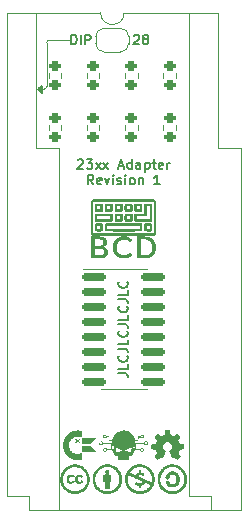
<source format=gto>
%TF.GenerationSoftware,KiCad,Pcbnew,(6.0.1)*%
%TF.CreationDate,2022-02-10T14:07:36-05:00*%
%TF.ProjectId,23XX-Adapter,32335858-2d41-4646-9170-7465722e6b69,1*%
%TF.SameCoordinates,Original*%
%TF.FileFunction,Legend,Top*%
%TF.FilePolarity,Positive*%
%FSLAX46Y46*%
G04 Gerber Fmt 4.6, Leading zero omitted, Abs format (unit mm)*
G04 Created by KiCad (PCBNEW (6.0.1)) date 2022-02-10 14:07:36*
%MOMM*%
%LPD*%
G01*
G04 APERTURE LIST*
G04 Aperture macros list*
%AMRoundRect*
0 Rectangle with rounded corners*
0 $1 Rounding radius*
0 $2 $3 $4 $5 $6 $7 $8 $9 X,Y pos of 4 corners*
0 Add a 4 corners polygon primitive as box body*
4,1,4,$2,$3,$4,$5,$6,$7,$8,$9,$2,$3,0*
0 Add four circle primitives for the rounded corners*
1,1,$1+$1,$2,$3*
1,1,$1+$1,$4,$5*
1,1,$1+$1,$6,$7*
1,1,$1+$1,$8,$9*
0 Add four rect primitives between the rounded corners*
20,1,$1+$1,$2,$3,$4,$5,0*
20,1,$1+$1,$4,$5,$6,$7,0*
20,1,$1+$1,$6,$7,$8,$9,0*
20,1,$1+$1,$8,$9,$2,$3,0*%
%AMOutline5P*
0 Free polygon, 5 corners , with rotation*
0 The origin of the aperture is its center*
0 number of corners: always 5*
0 $1 to $10 corner X, Y*
0 $11 Rotation angle, in degrees counterclockwise*
0 create outline with 5 corners*
4,1,5,$1,$2,$3,$4,$5,$6,$7,$8,$9,$10,$1,$2,$11*%
%AMOutline6P*
0 Free polygon, 6 corners , with rotation*
0 The origin of the aperture is its center*
0 number of corners: always 6*
0 $1 to $12 corner X, Y*
0 $13 Rotation angle, in degrees counterclockwise*
0 create outline with 6 corners*
4,1,6,$1,$2,$3,$4,$5,$6,$7,$8,$9,$10,$11,$12,$1,$2,$13*%
%AMOutline7P*
0 Free polygon, 7 corners , with rotation*
0 The origin of the aperture is its center*
0 number of corners: always 7*
0 $1 to $14 corner X, Y*
0 $15 Rotation angle, in degrees counterclockwise*
0 create outline with 7 corners*
4,1,7,$1,$2,$3,$4,$5,$6,$7,$8,$9,$10,$11,$12,$13,$14,$1,$2,$15*%
%AMOutline8P*
0 Free polygon, 8 corners , with rotation*
0 The origin of the aperture is its center*
0 number of corners: always 8*
0 $1 to $16 corner X, Y*
0 $17 Rotation angle, in degrees counterclockwise*
0 create outline with 8 corners*
4,1,8,$1,$2,$3,$4,$5,$6,$7,$8,$9,$10,$11,$12,$13,$14,$15,$16,$1,$2,$17*%
%AMFreePoly0*
4,1,22,0.500000,-0.750000,0.000000,-0.750000,0.000000,-0.745033,-0.079941,-0.743568,-0.215256,-0.701293,-0.333266,-0.622738,-0.424486,-0.514219,-0.481581,-0.384460,-0.499164,-0.250000,-0.500000,-0.250000,-0.500000,0.250000,-0.499164,0.250000,-0.499963,0.256109,-0.478152,0.396186,-0.417904,0.524511,-0.324060,0.630769,-0.204165,0.706417,-0.067858,0.745374,0.000000,0.744959,0.000000,0.750000,
0.500000,0.750000,0.500000,-0.750000,0.500000,-0.750000,$1*%
%AMFreePoly1*
4,1,20,0.000000,0.744959,0.073905,0.744508,0.209726,0.703889,0.328688,0.626782,0.421226,0.519385,0.479903,0.390333,0.500000,0.250000,0.500000,-0.250000,0.499851,-0.262216,0.476331,-0.402017,0.414519,-0.529596,0.319384,-0.634700,0.198574,-0.708877,0.061801,-0.746166,0.000000,-0.745033,0.000000,-0.750000,-0.500000,-0.750000,-0.500000,0.750000,0.000000,0.750000,0.000000,0.744959,
0.000000,0.744959,$1*%
G04 Aperture macros list end*
%ADD10C,0.152400*%
%ADD11C,0.100000*%
%ADD12C,0.120000*%
%ADD13RoundRect,0.200000X0.275000X-0.200000X0.275000X0.200000X-0.275000X0.200000X-0.275000X-0.200000X0*%
%ADD14FreePoly0,180.000000*%
%ADD15FreePoly1,180.000000*%
%ADD16RoundRect,0.150000X-0.825000X-0.150000X0.825000X-0.150000X0.825000X0.150000X-0.825000X0.150000X0*%
%ADD17R,1.600000X1.600000*%
%ADD18C,1.600000*%
%ADD19Outline8P,-0.800000X0.480000X-0.480000X0.800000X0.480000X0.800000X0.800000X0.480000X0.800000X-0.480000X0.480000X-0.800000X-0.480000X-0.800000X-0.800000X-0.480000X0.000000*%
%ADD20O,1.600000X1.600000*%
G04 APERTURE END LIST*
D10*
X148172395Y-103529362D02*
X148752966Y-103529362D01*
X148869080Y-103568067D01*
X148946490Y-103645477D01*
X148985195Y-103761591D01*
X148985195Y-103839001D01*
X148985195Y-102755267D02*
X148985195Y-103142315D01*
X148172395Y-103142315D01*
X148907785Y-102019877D02*
X148946490Y-102058581D01*
X148985195Y-102174696D01*
X148985195Y-102252105D01*
X148946490Y-102368220D01*
X148869080Y-102445629D01*
X148791671Y-102484334D01*
X148636852Y-102523039D01*
X148520738Y-102523039D01*
X148365919Y-102484334D01*
X148288509Y-102445629D01*
X148211100Y-102368220D01*
X148172395Y-102252105D01*
X148172395Y-102174696D01*
X148211100Y-102058581D01*
X148249804Y-102019877D01*
X148172395Y-101439305D02*
X148752966Y-101439305D01*
X148869080Y-101478010D01*
X148946490Y-101555420D01*
X148985195Y-101671534D01*
X148985195Y-101748943D01*
X148985195Y-100665210D02*
X148985195Y-101052258D01*
X148172395Y-101052258D01*
X148907785Y-99929820D02*
X148946490Y-99968524D01*
X148985195Y-100084639D01*
X148985195Y-100162048D01*
X148946490Y-100278162D01*
X148869080Y-100355572D01*
X148791671Y-100394277D01*
X148636852Y-100432981D01*
X148520738Y-100432981D01*
X148365919Y-100394277D01*
X148288509Y-100355572D01*
X148211100Y-100278162D01*
X148172395Y-100162048D01*
X148172395Y-100084639D01*
X148211100Y-99968524D01*
X148249804Y-99929820D01*
X148172395Y-99349248D02*
X148752966Y-99349248D01*
X148869080Y-99387953D01*
X148946490Y-99465362D01*
X148985195Y-99581477D01*
X148985195Y-99658886D01*
X148985195Y-98575153D02*
X148985195Y-98962201D01*
X148172395Y-98962201D01*
X148907785Y-97839762D02*
X148946490Y-97878467D01*
X148985195Y-97994581D01*
X148985195Y-98071991D01*
X148946490Y-98188105D01*
X148869080Y-98265515D01*
X148791671Y-98304220D01*
X148636852Y-98342924D01*
X148520738Y-98342924D01*
X148365919Y-98304220D01*
X148288509Y-98265515D01*
X148211100Y-98188105D01*
X148172395Y-98071991D01*
X148172395Y-97994581D01*
X148211100Y-97878467D01*
X148249804Y-97839762D01*
X148172395Y-97259191D02*
X148752966Y-97259191D01*
X148869080Y-97297896D01*
X148946490Y-97375305D01*
X148985195Y-97491420D01*
X148985195Y-97568829D01*
X148985195Y-96485096D02*
X148985195Y-96872143D01*
X148172395Y-96872143D01*
X148907785Y-95749705D02*
X148946490Y-95788410D01*
X148985195Y-95904524D01*
X148985195Y-95981934D01*
X148946490Y-96098048D01*
X148869080Y-96175458D01*
X148791671Y-96214162D01*
X148636852Y-96252867D01*
X148520738Y-96252867D01*
X148365919Y-96214162D01*
X148288509Y-96175458D01*
X148211100Y-96098048D01*
X148172395Y-95981934D01*
X148172395Y-95904524D01*
X148211100Y-95788410D01*
X148249804Y-95749705D01*
D11*
X142345000Y-75300000D02*
G75*
G03*
X142100000Y-75545000I1J-245001D01*
G01*
X141855000Y-79455000D02*
G75*
G03*
X142100000Y-79210000I-1J245001D01*
G01*
X142100000Y-79210000D02*
X142100000Y-75545000D01*
D10*
X141671006Y-79750000D02*
X141346006Y-79450000D01*
X141346006Y-79450000D02*
X141671006Y-79150000D01*
X141671006Y-79150000D02*
X141671006Y-79750000D01*
G36*
X141671006Y-79750000D02*
G01*
X141346006Y-79450000D01*
X141671006Y-79150000D01*
X141671006Y-79750000D01*
G37*
X141671006Y-79750000D02*
X141346006Y-79450000D01*
X141671006Y-79150000D01*
X141671006Y-79750000D01*
D11*
X144050000Y-75300000D02*
X142345000Y-75300000D01*
X141700000Y-79455000D02*
X141855000Y-79455000D01*
D10*
X144187200Y-75667695D02*
X144187200Y-74854895D01*
X144380723Y-74854895D01*
X144496838Y-74893600D01*
X144574247Y-74971009D01*
X144612952Y-75048419D01*
X144651657Y-75203238D01*
X144651657Y-75319352D01*
X144612952Y-75474171D01*
X144574247Y-75551580D01*
X144496838Y-75628990D01*
X144380723Y-75667695D01*
X144187200Y-75667695D01*
X145000000Y-75667695D02*
X145000000Y-74854895D01*
X145387047Y-75667695D02*
X145387047Y-74854895D01*
X145696685Y-74854895D01*
X145774095Y-74893600D01*
X145812800Y-74932304D01*
X145851504Y-75009714D01*
X145851504Y-75125828D01*
X145812800Y-75203238D01*
X145774095Y-75241942D01*
X145696685Y-75280647D01*
X145387047Y-75280647D01*
X144747023Y-85478261D02*
X144785728Y-85439557D01*
X144863138Y-85400852D01*
X145056661Y-85400852D01*
X145134071Y-85439557D01*
X145172776Y-85478261D01*
X145211480Y-85555671D01*
X145211480Y-85633080D01*
X145172776Y-85749195D01*
X144708319Y-86213652D01*
X145211480Y-86213652D01*
X145482414Y-85400852D02*
X145985576Y-85400852D01*
X145714642Y-85710490D01*
X145830757Y-85710490D01*
X145908166Y-85749195D01*
X145946871Y-85787899D01*
X145985576Y-85865309D01*
X145985576Y-86058833D01*
X145946871Y-86136242D01*
X145908166Y-86174947D01*
X145830757Y-86213652D01*
X145598528Y-86213652D01*
X145521119Y-86174947D01*
X145482414Y-86136242D01*
X146256509Y-86213652D02*
X146682261Y-85671785D01*
X146256509Y-85671785D02*
X146682261Y-86213652D01*
X146914490Y-86213652D02*
X147340242Y-85671785D01*
X146914490Y-85671785D02*
X147340242Y-86213652D01*
X148230452Y-85981423D02*
X148617500Y-85981423D01*
X148153042Y-86213652D02*
X148423976Y-85400852D01*
X148694909Y-86213652D01*
X149314185Y-86213652D02*
X149314185Y-85400852D01*
X149314185Y-86174947D02*
X149236776Y-86213652D01*
X149081957Y-86213652D01*
X149004547Y-86174947D01*
X148965842Y-86136242D01*
X148927138Y-86058833D01*
X148927138Y-85826604D01*
X148965842Y-85749195D01*
X149004547Y-85710490D01*
X149081957Y-85671785D01*
X149236776Y-85671785D01*
X149314185Y-85710490D01*
X150049576Y-86213652D02*
X150049576Y-85787899D01*
X150010871Y-85710490D01*
X149933461Y-85671785D01*
X149778642Y-85671785D01*
X149701233Y-85710490D01*
X150049576Y-86174947D02*
X149972166Y-86213652D01*
X149778642Y-86213652D01*
X149701233Y-86174947D01*
X149662528Y-86097537D01*
X149662528Y-86020128D01*
X149701233Y-85942718D01*
X149778642Y-85904014D01*
X149972166Y-85904014D01*
X150049576Y-85865309D01*
X150436623Y-85671785D02*
X150436623Y-86484585D01*
X150436623Y-85710490D02*
X150514033Y-85671785D01*
X150668852Y-85671785D01*
X150746261Y-85710490D01*
X150784966Y-85749195D01*
X150823671Y-85826604D01*
X150823671Y-86058833D01*
X150784966Y-86136242D01*
X150746261Y-86174947D01*
X150668852Y-86213652D01*
X150514033Y-86213652D01*
X150436623Y-86174947D01*
X151055900Y-85671785D02*
X151365538Y-85671785D01*
X151172014Y-85400852D02*
X151172014Y-86097537D01*
X151210719Y-86174947D01*
X151288128Y-86213652D01*
X151365538Y-86213652D01*
X151946109Y-86174947D02*
X151868700Y-86213652D01*
X151713880Y-86213652D01*
X151636471Y-86174947D01*
X151597766Y-86097537D01*
X151597766Y-85787899D01*
X151636471Y-85710490D01*
X151713880Y-85671785D01*
X151868700Y-85671785D01*
X151946109Y-85710490D01*
X151984814Y-85787899D01*
X151984814Y-85865309D01*
X151597766Y-85942718D01*
X152333157Y-86213652D02*
X152333157Y-85671785D01*
X152333157Y-85826604D02*
X152371861Y-85749195D01*
X152410566Y-85710490D01*
X152487976Y-85671785D01*
X152565385Y-85671785D01*
X146062985Y-87522260D02*
X145792052Y-87135212D01*
X145598528Y-87522260D02*
X145598528Y-86709460D01*
X145908166Y-86709460D01*
X145985576Y-86748165D01*
X146024280Y-86786869D01*
X146062985Y-86864279D01*
X146062985Y-86980393D01*
X146024280Y-87057803D01*
X145985576Y-87096507D01*
X145908166Y-87135212D01*
X145598528Y-87135212D01*
X146720966Y-87483555D02*
X146643557Y-87522260D01*
X146488738Y-87522260D01*
X146411328Y-87483555D01*
X146372623Y-87406145D01*
X146372623Y-87096507D01*
X146411328Y-87019098D01*
X146488738Y-86980393D01*
X146643557Y-86980393D01*
X146720966Y-87019098D01*
X146759671Y-87096507D01*
X146759671Y-87173917D01*
X146372623Y-87251326D01*
X147030604Y-86980393D02*
X147224128Y-87522260D01*
X147417652Y-86980393D01*
X147727290Y-87522260D02*
X147727290Y-86980393D01*
X147727290Y-86709460D02*
X147688585Y-86748165D01*
X147727290Y-86786869D01*
X147765995Y-86748165D01*
X147727290Y-86709460D01*
X147727290Y-86786869D01*
X148075633Y-87483555D02*
X148153042Y-87522260D01*
X148307861Y-87522260D01*
X148385271Y-87483555D01*
X148423976Y-87406145D01*
X148423976Y-87367441D01*
X148385271Y-87290031D01*
X148307861Y-87251326D01*
X148191747Y-87251326D01*
X148114338Y-87212622D01*
X148075633Y-87135212D01*
X148075633Y-87096507D01*
X148114338Y-87019098D01*
X148191747Y-86980393D01*
X148307861Y-86980393D01*
X148385271Y-87019098D01*
X148772319Y-87522260D02*
X148772319Y-86980393D01*
X148772319Y-86709460D02*
X148733614Y-86748165D01*
X148772319Y-86786869D01*
X148811023Y-86748165D01*
X148772319Y-86709460D01*
X148772319Y-86786869D01*
X149275480Y-87522260D02*
X149198071Y-87483555D01*
X149159366Y-87444850D01*
X149120661Y-87367441D01*
X149120661Y-87135212D01*
X149159366Y-87057803D01*
X149198071Y-87019098D01*
X149275480Y-86980393D01*
X149391595Y-86980393D01*
X149469004Y-87019098D01*
X149507709Y-87057803D01*
X149546414Y-87135212D01*
X149546414Y-87367441D01*
X149507709Y-87444850D01*
X149469004Y-87483555D01*
X149391595Y-87522260D01*
X149275480Y-87522260D01*
X149894757Y-86980393D02*
X149894757Y-87522260D01*
X149894757Y-87057803D02*
X149933461Y-87019098D01*
X150010871Y-86980393D01*
X150126985Y-86980393D01*
X150204395Y-87019098D01*
X150243100Y-87096507D01*
X150243100Y-87522260D01*
X151675176Y-87522260D02*
X151210719Y-87522260D01*
X151442947Y-87522260D02*
X151442947Y-86709460D01*
X151365538Y-86825574D01*
X151288128Y-86902984D01*
X151210719Y-86941688D01*
X149480723Y-74932304D02*
X149519428Y-74893600D01*
X149596838Y-74854895D01*
X149790361Y-74854895D01*
X149867771Y-74893600D01*
X149906476Y-74932304D01*
X149945180Y-75009714D01*
X149945180Y-75087123D01*
X149906476Y-75203238D01*
X149442019Y-75667695D01*
X149945180Y-75667695D01*
X150409638Y-75203238D02*
X150332228Y-75164533D01*
X150293523Y-75125828D01*
X150254819Y-75048419D01*
X150254819Y-75009714D01*
X150293523Y-74932304D01*
X150332228Y-74893600D01*
X150409638Y-74854895D01*
X150564457Y-74854895D01*
X150641866Y-74893600D01*
X150680571Y-74932304D01*
X150719276Y-75009714D01*
X150719276Y-75048419D01*
X150680571Y-75125828D01*
X150641866Y-75164533D01*
X150564457Y-75203238D01*
X150409638Y-75203238D01*
X150332228Y-75241942D01*
X150293523Y-75280647D01*
X150254819Y-75358057D01*
X150254819Y-75512876D01*
X150293523Y-75590285D01*
X150332228Y-75628990D01*
X150409638Y-75667695D01*
X150564457Y-75667695D01*
X150641866Y-75628990D01*
X150680571Y-75590285D01*
X150719276Y-75512876D01*
X150719276Y-75358057D01*
X150680571Y-75280647D01*
X150641866Y-75241942D01*
X150564457Y-75203238D01*
G36*
X144957639Y-109063219D02*
G01*
X144883025Y-109137967D01*
X144808411Y-109212714D01*
X144883025Y-109287462D01*
X144957639Y-109362209D01*
X144887011Y-109432837D01*
X144812263Y-109358223D01*
X144737516Y-109283609D01*
X144662768Y-109358223D01*
X144588021Y-109432837D01*
X144552707Y-109397523D01*
X144517392Y-109362209D01*
X144592007Y-109287462D01*
X144666621Y-109212714D01*
X144592007Y-109137967D01*
X144517392Y-109063219D01*
X144552707Y-109027905D01*
X144588021Y-108992591D01*
X144662768Y-109067205D01*
X144737516Y-109141819D01*
X144812263Y-109067205D01*
X144887011Y-108992591D01*
X144957639Y-109063219D01*
G37*
G36*
X144782730Y-108358050D02*
G01*
X144819448Y-108358887D01*
X144851297Y-108360197D01*
X144876085Y-108361979D01*
X144884276Y-108362924D01*
X144930710Y-108369938D01*
X144973986Y-108377670D01*
X145012754Y-108385804D01*
X145045667Y-108394019D01*
X145071373Y-108401997D01*
X145088523Y-108409421D01*
X145092623Y-108412114D01*
X145094143Y-108415552D01*
X145095426Y-108423728D01*
X145096490Y-108437334D01*
X145097351Y-108457063D01*
X145098024Y-108483605D01*
X145098527Y-108517655D01*
X145098875Y-108559904D01*
X145099084Y-108611044D01*
X145099170Y-108671768D01*
X145099175Y-108691833D01*
X145099126Y-108744376D01*
X145098984Y-108793619D01*
X145098759Y-108838594D01*
X145098461Y-108878331D01*
X145098098Y-108911859D01*
X145097681Y-108938210D01*
X145097219Y-108956414D01*
X145096721Y-108965501D01*
X145096509Y-108966367D01*
X145091099Y-108963548D01*
X145080180Y-108956338D01*
X145072136Y-108950642D01*
X145058784Y-108941626D01*
X145048621Y-108935938D01*
X145045456Y-108934918D01*
X145037671Y-108932872D01*
X145025335Y-108927882D01*
X145023966Y-108927255D01*
X144963041Y-108903602D01*
X144894998Y-108885549D01*
X144821846Y-108873533D01*
X144754046Y-108868271D01*
X144720257Y-108867309D01*
X144693212Y-108867485D01*
X144669210Y-108869042D01*
X144644551Y-108872221D01*
X144615533Y-108877263D01*
X144615148Y-108877335D01*
X144584968Y-108883644D01*
X144552301Y-108891585D01*
X144519742Y-108900420D01*
X144489884Y-108909412D01*
X144465320Y-108917822D01*
X144449549Y-108924450D01*
X144441219Y-108928610D01*
X144426319Y-108936038D01*
X144407663Y-108945330D01*
X144402064Y-108948118D01*
X144331140Y-108989091D01*
X144264490Y-109038847D01*
X144203372Y-109096129D01*
X144149041Y-109159680D01*
X144102755Y-109228244D01*
X144079812Y-109270370D01*
X144070086Y-109289854D01*
X144061656Y-109306644D01*
X144056007Y-109317788D01*
X144055156Y-109319437D01*
X144047773Y-109336867D01*
X144039249Y-109362324D01*
X144030239Y-109393507D01*
X144021396Y-109428116D01*
X144013375Y-109463848D01*
X144011538Y-109472869D01*
X144000367Y-109550701D01*
X143998575Y-109626620D01*
X144006163Y-109703394D01*
X144011538Y-109733533D01*
X144019245Y-109769184D01*
X144027940Y-109804297D01*
X144036970Y-109836573D01*
X144045680Y-109863710D01*
X144053416Y-109883407D01*
X144055156Y-109886965D01*
X144059807Y-109896094D01*
X144067637Y-109911660D01*
X144077161Y-109930711D01*
X144079812Y-109936032D01*
X144120785Y-110006956D01*
X144170541Y-110073606D01*
X144227823Y-110134724D01*
X144291374Y-110189055D01*
X144359938Y-110235341D01*
X144402064Y-110258284D01*
X144421274Y-110267850D01*
X144437528Y-110275951D01*
X144448012Y-110281183D01*
X144449549Y-110281952D01*
X144466897Y-110289165D01*
X144491941Y-110297644D01*
X144522088Y-110306649D01*
X144554744Y-110315444D01*
X144587315Y-110323289D01*
X144615148Y-110329067D01*
X144682306Y-110337365D01*
X144753612Y-110338473D01*
X144826431Y-110332712D01*
X144898127Y-110320405D01*
X144966067Y-110301872D01*
X145023966Y-110279147D01*
X145036629Y-110273939D01*
X145045370Y-110271508D01*
X145045841Y-110271484D01*
X145052652Y-110268512D01*
X145064654Y-110260836D01*
X145075187Y-110253174D01*
X145099175Y-110234863D01*
X145099175Y-110511983D01*
X145099122Y-110576011D01*
X145098953Y-110630246D01*
X145098652Y-110675378D01*
X145098203Y-110712095D01*
X145097589Y-110741087D01*
X145096796Y-110763044D01*
X145095806Y-110778654D01*
X145094604Y-110788608D01*
X145093174Y-110793594D01*
X145092623Y-110794288D01*
X145079626Y-110801165D01*
X145057894Y-110808761D01*
X145029114Y-110816681D01*
X144994976Y-110824529D01*
X144957168Y-110831909D01*
X144917377Y-110838424D01*
X144886897Y-110842548D01*
X144851878Y-110845842D01*
X144809656Y-110848269D01*
X144763482Y-110849760D01*
X144716604Y-110850247D01*
X144672273Y-110849661D01*
X144633738Y-110847933D01*
X144633248Y-110847900D01*
X144605574Y-110845685D01*
X144579299Y-110842991D01*
X144557529Y-110840172D01*
X144544144Y-110837768D01*
X144524757Y-110833627D01*
X144501598Y-110829291D01*
X144488548Y-110827109D01*
X144432124Y-110815529D01*
X144370065Y-110797959D01*
X144304676Y-110775253D01*
X144238263Y-110748265D01*
X144173132Y-110717847D01*
X144125880Y-110692943D01*
X144095896Y-110676135D01*
X144071792Y-110662156D01*
X144051259Y-110649447D01*
X144031992Y-110636445D01*
X144011683Y-110621590D01*
X143988026Y-110603321D01*
X143958714Y-110580076D01*
X143956542Y-110578343D01*
X143874863Y-110507740D01*
X143801556Y-110432691D01*
X143735628Y-110351960D01*
X143676087Y-110264317D01*
X143621942Y-110168526D01*
X143613243Y-110151424D01*
X143602158Y-110128979D01*
X143593041Y-110109908D01*
X143586807Y-110096170D01*
X143584373Y-110089724D01*
X143584367Y-110089635D01*
X143582082Y-110082506D01*
X143576562Y-110070830D01*
X143575960Y-110069689D01*
X143569822Y-110055949D01*
X143562753Y-110036955D01*
X143558049Y-110022516D01*
X143551813Y-110002023D01*
X143544007Y-109976467D01*
X143536145Y-109950803D01*
X143534828Y-109946515D01*
X143524921Y-109910411D01*
X143514694Y-109865995D01*
X143504602Y-109815412D01*
X143495103Y-109760804D01*
X143494622Y-109757823D01*
X143492719Y-109739775D01*
X143491235Y-109713333D01*
X143490172Y-109680580D01*
X143489528Y-109643598D01*
X143489305Y-109604467D01*
X143489502Y-109565269D01*
X143490118Y-109528086D01*
X143491155Y-109495000D01*
X143492611Y-109468092D01*
X143494487Y-109449443D01*
X143494622Y-109448579D01*
X143504077Y-109393817D01*
X143514149Y-109342965D01*
X143524380Y-109298167D01*
X143534316Y-109261566D01*
X143534828Y-109259887D01*
X143542539Y-109234735D01*
X143550467Y-109208791D01*
X143557101Y-109187010D01*
X143558049Y-109183886D01*
X143564631Y-109164126D01*
X143571632Y-109146062D01*
X143575960Y-109136713D01*
X143581680Y-109124848D01*
X143584344Y-109117111D01*
X143584367Y-109116767D01*
X143586809Y-109109425D01*
X143593479Y-109094694D01*
X143603470Y-109074319D01*
X143615871Y-109050046D01*
X143629772Y-109023624D01*
X143644264Y-108996798D01*
X143658439Y-108971314D01*
X143671385Y-108948920D01*
X143674395Y-108943889D01*
X143697170Y-108908790D01*
X143725525Y-108869169D01*
X143757376Y-108827662D01*
X143790642Y-108786904D01*
X143823241Y-108749529D01*
X143851413Y-108719839D01*
X143870887Y-108701427D01*
X143896266Y-108678887D01*
X143925406Y-108653987D01*
X143956160Y-108628497D01*
X143986384Y-108604187D01*
X144013932Y-108582825D01*
X144036658Y-108566180D01*
X144043025Y-108561830D01*
X144062625Y-108549572D01*
X144088774Y-108534292D01*
X144118823Y-108517433D01*
X144150125Y-108500436D01*
X144180029Y-108484743D01*
X144205886Y-108471795D01*
X144222846Y-108463964D01*
X144289762Y-108436692D01*
X144352712Y-108414372D01*
X144414954Y-108396091D01*
X144479743Y-108380936D01*
X144550336Y-108367992D01*
X144582893Y-108362937D01*
X144602804Y-108360943D01*
X144630994Y-108359420D01*
X144665274Y-108358370D01*
X144703451Y-108357791D01*
X144743333Y-108357684D01*
X144782730Y-108358050D01*
G37*
G36*
X146058358Y-109262508D02*
G01*
X145798946Y-109521959D01*
X145125382Y-109521959D01*
X145125382Y-109003057D01*
X146317769Y-109003057D01*
X146058358Y-109262508D01*
G37*
G36*
X146076703Y-109946515D02*
G01*
X146317766Y-110187621D01*
X145125382Y-110187621D01*
X145125382Y-109705409D01*
X145835639Y-109705409D01*
X146076703Y-109946515D01*
G37*
D12*
X142277500Y-78542258D02*
X142277500Y-78067742D01*
X143322500Y-78542258D02*
X143322500Y-78067742D01*
G36*
X149531220Y-89496217D02*
G01*
X149531279Y-89426952D01*
X149531556Y-89370346D01*
X149532208Y-89324896D01*
X149533388Y-89289094D01*
X149535252Y-89261436D01*
X149537953Y-89240415D01*
X149541646Y-89224526D01*
X149546486Y-89212264D01*
X149552628Y-89202122D01*
X149560226Y-89192595D01*
X149562675Y-89189786D01*
X149571347Y-89180574D01*
X149580512Y-89173053D01*
X149591629Y-89167050D01*
X149606156Y-89162396D01*
X149625551Y-89158920D01*
X149651272Y-89156451D01*
X149684778Y-89154818D01*
X149727526Y-89153850D01*
X149780974Y-89153377D01*
X149846581Y-89153226D01*
X149874751Y-89153219D01*
X149945316Y-89153291D01*
X150003174Y-89153623D01*
X150049782Y-89154385D01*
X150086598Y-89155747D01*
X150115081Y-89157881D01*
X150136689Y-89160958D01*
X150152878Y-89165148D01*
X150165109Y-89170622D01*
X150174838Y-89177551D01*
X150183525Y-89186107D01*
X150186826Y-89189786D01*
X150194859Y-89199404D01*
X150201395Y-89209206D01*
X150206587Y-89220698D01*
X150210591Y-89235383D01*
X150213560Y-89254765D01*
X150215649Y-89280347D01*
X150217011Y-89313634D01*
X150217800Y-89356130D01*
X150218171Y-89409337D01*
X150218278Y-89474760D01*
X150218281Y-89496749D01*
X150218223Y-89566087D01*
X150217947Y-89622763D01*
X150217298Y-89668281D01*
X150216122Y-89704143D01*
X150214265Y-89731856D01*
X150211573Y-89752921D01*
X150207893Y-89768843D01*
X150203069Y-89781125D01*
X150196948Y-89791272D01*
X150189375Y-89800788D01*
X150186826Y-89803712D01*
X150178195Y-89812899D01*
X150169102Y-89820404D01*
X150158099Y-89826392D01*
X150143733Y-89831029D01*
X150124556Y-89834481D01*
X150099118Y-89836914D01*
X150065968Y-89838494D01*
X150023656Y-89839385D01*
X149970733Y-89839756D01*
X149905747Y-89839770D01*
X149872115Y-89839704D01*
X149796095Y-89839348D01*
X149733552Y-89838643D01*
X149683798Y-89837565D01*
X149646147Y-89836094D01*
X149619913Y-89834205D01*
X149604409Y-89831877D01*
X149600922Y-89830758D01*
X149580714Y-89819175D01*
X149566693Y-89808457D01*
X149557756Y-89799777D01*
X149550459Y-89790525D01*
X149544635Y-89779243D01*
X149540119Y-89764476D01*
X149536746Y-89744765D01*
X149534350Y-89718654D01*
X149532765Y-89684687D01*
X149531827Y-89641406D01*
X149531369Y-89587354D01*
X149531245Y-89529720D01*
X149744862Y-89529720D01*
X149744866Y-89565400D01*
X149745285Y-89593901D01*
X149746089Y-89612680D01*
X149746917Y-89618837D01*
X149751252Y-89622269D01*
X149762306Y-89624657D01*
X149781741Y-89626096D01*
X149811219Y-89626679D01*
X149852404Y-89626501D01*
X149876362Y-89626180D01*
X150002247Y-89624245D01*
X150002247Y-89369253D01*
X149747255Y-89369253D01*
X149745306Y-89489406D01*
X149744862Y-89529720D01*
X149531245Y-89529720D01*
X149531226Y-89521076D01*
X149531220Y-89496217D01*
G37*
G36*
X145852929Y-88954668D02*
G01*
X145887035Y-88901028D01*
X145931755Y-88855541D01*
X145984815Y-88820483D01*
X145989446Y-88818151D01*
X146035412Y-88795522D01*
X151199588Y-88795522D01*
X151245555Y-88818151D01*
X151299195Y-88852257D01*
X151344681Y-88896977D01*
X151379739Y-88950037D01*
X151382071Y-88954668D01*
X151404700Y-89000634D01*
X151404700Y-91657393D01*
X151382071Y-91703359D01*
X151347965Y-91756999D01*
X151303245Y-91802485D01*
X151250186Y-91837544D01*
X151245555Y-91839876D01*
X151199589Y-91862505D01*
X148631816Y-91863822D01*
X148395574Y-91863934D01*
X148173134Y-91864020D01*
X147964135Y-91864078D01*
X147768212Y-91864107D01*
X147585003Y-91864107D01*
X147414145Y-91864077D01*
X147255273Y-91864015D01*
X147108026Y-91863920D01*
X146972039Y-91863792D01*
X146846951Y-91863628D01*
X146732397Y-91863430D01*
X146628014Y-91863194D01*
X146533440Y-91862920D01*
X146448311Y-91862608D01*
X146372264Y-91862256D01*
X146304935Y-91861862D01*
X146245963Y-91861427D01*
X146194982Y-91860949D01*
X146151632Y-91860427D01*
X146115547Y-91859859D01*
X146086366Y-91859246D01*
X146063724Y-91858585D01*
X146047259Y-91857876D01*
X146036608Y-91857118D01*
X146031668Y-91856386D01*
X145978368Y-91834902D01*
X145929514Y-91801365D01*
X145887375Y-91757717D01*
X145854221Y-91705902D01*
X145852915Y-91703284D01*
X145830300Y-91657393D01*
X145830300Y-91609965D01*
X146039252Y-91609965D01*
X146082840Y-91653553D01*
X151152161Y-91653553D01*
X151195749Y-91609965D01*
X151195749Y-89048062D01*
X151152161Y-89004474D01*
X146082840Y-89004474D01*
X146039252Y-89048062D01*
X146039252Y-91609965D01*
X145830300Y-91609965D01*
X145830300Y-89000634D01*
X145852929Y-88954668D01*
G37*
G36*
X150134952Y-91929794D02*
G01*
X150223822Y-91929889D01*
X150299810Y-91930193D01*
X150364199Y-91930739D01*
X150418270Y-91931556D01*
X150463306Y-91932675D01*
X150500590Y-91934127D01*
X150531405Y-91935944D01*
X150557032Y-91938155D01*
X150575875Y-91940393D01*
X150695293Y-91961602D01*
X150805099Y-91991371D01*
X150904850Y-92029480D01*
X150994101Y-92075710D01*
X151072410Y-92129843D01*
X151139332Y-92191658D01*
X151178053Y-92237895D01*
X151220929Y-92299691D01*
X151256401Y-92361717D01*
X151285292Y-92426351D01*
X151308420Y-92495968D01*
X151326607Y-92572946D01*
X151340674Y-92659661D01*
X151349077Y-92733160D01*
X151353479Y-92779633D01*
X151356330Y-92816195D01*
X151357626Y-92847017D01*
X151357362Y-92876272D01*
X151355537Y-92908129D01*
X151352146Y-92946760D01*
X151348874Y-92979726D01*
X151342829Y-93035833D01*
X151336869Y-93081804D01*
X151330280Y-93121648D01*
X151322344Y-93159372D01*
X151312346Y-93198985D01*
X151304868Y-93226002D01*
X151285775Y-93281975D01*
X151259719Y-93342263D01*
X151229484Y-93400898D01*
X151203148Y-93444126D01*
X151187193Y-93465388D01*
X151164854Y-93491670D01*
X151138734Y-93520276D01*
X151111434Y-93548509D01*
X151085555Y-93573672D01*
X151063698Y-93593069D01*
X151049421Y-93603479D01*
X151035724Y-93611517D01*
X151014676Y-93624125D01*
X150992538Y-93637539D01*
X150918739Y-93675771D01*
X150833188Y-93707625D01*
X150735546Y-93733204D01*
X150625476Y-93752612D01*
X150611393Y-93754534D01*
X150587057Y-93757303D01*
X150557984Y-93759706D01*
X150522950Y-93761781D01*
X150480731Y-93763568D01*
X150430103Y-93765105D01*
X150369842Y-93766433D01*
X150298722Y-93767588D01*
X150215521Y-93768612D01*
X150149221Y-93769273D01*
X149772046Y-93772747D01*
X149772046Y-93525128D01*
X150083702Y-93525128D01*
X150297966Y-93521611D01*
X150356060Y-93520399D01*
X150410733Y-93518767D01*
X150459887Y-93516812D01*
X150501421Y-93514633D01*
X150533238Y-93512326D01*
X150553237Y-93509989D01*
X150554728Y-93509714D01*
X150584750Y-93503134D01*
X150615141Y-93495452D01*
X150630052Y-93491164D01*
X150650960Y-93485160D01*
X150666628Y-93481508D01*
X150670761Y-93480993D01*
X150684594Y-93477406D01*
X150707094Y-93467770D01*
X150735061Y-93453772D01*
X150765294Y-93437101D01*
X150794594Y-93419443D01*
X150819760Y-93402488D01*
X150820140Y-93402211D01*
X150872037Y-93357753D01*
X150916174Y-93305358D01*
X150953342Y-93243689D01*
X150984333Y-93171408D01*
X151009936Y-93087181D01*
X151012426Y-93077257D01*
X151019153Y-93040989D01*
X151024566Y-92994107D01*
X151028523Y-92940117D01*
X151030881Y-92882522D01*
X151031496Y-92824826D01*
X151030226Y-92770534D01*
X151026928Y-92723150D01*
X151026879Y-92722669D01*
X151011240Y-92623231D01*
X150985735Y-92533903D01*
X150950233Y-92454503D01*
X150904604Y-92384851D01*
X150848719Y-92324766D01*
X150782446Y-92274068D01*
X150705657Y-92232577D01*
X150660975Y-92214376D01*
X150599788Y-92196719D01*
X150525507Y-92183850D01*
X150438378Y-92175789D01*
X150338645Y-92172558D01*
X150226556Y-92174179D01*
X150210018Y-92174789D01*
X150083702Y-92179775D01*
X150083702Y-93525128D01*
X149772046Y-93525128D01*
X149772046Y-91929794D01*
X150134952Y-91929794D01*
G37*
G36*
X148695414Y-89496217D02*
G01*
X148695473Y-89426952D01*
X148695750Y-89370346D01*
X148696402Y-89324896D01*
X148697582Y-89289094D01*
X148699446Y-89261436D01*
X148702147Y-89240415D01*
X148705840Y-89224526D01*
X148710681Y-89212264D01*
X148716822Y-89202122D01*
X148724420Y-89192595D01*
X148726869Y-89189786D01*
X148735541Y-89180574D01*
X148744706Y-89173053D01*
X148755823Y-89167050D01*
X148770350Y-89162396D01*
X148789745Y-89158920D01*
X148815466Y-89156451D01*
X148848972Y-89154818D01*
X148891720Y-89153850D01*
X148945168Y-89153377D01*
X149010775Y-89153226D01*
X149038945Y-89153219D01*
X149109510Y-89153291D01*
X149167368Y-89153623D01*
X149213976Y-89154385D01*
X149250793Y-89155747D01*
X149279275Y-89157881D01*
X149300883Y-89160958D01*
X149317072Y-89165148D01*
X149329303Y-89170622D01*
X149339032Y-89177551D01*
X149347719Y-89186107D01*
X149351020Y-89189786D01*
X149359053Y-89199404D01*
X149365589Y-89209206D01*
X149370781Y-89220698D01*
X149374785Y-89235383D01*
X149377754Y-89254765D01*
X149379843Y-89280347D01*
X149381205Y-89313634D01*
X149381994Y-89356130D01*
X149382365Y-89409337D01*
X149382472Y-89474760D01*
X149382475Y-89496749D01*
X149382417Y-89566087D01*
X149382141Y-89622763D01*
X149381492Y-89668281D01*
X149380316Y-89704143D01*
X149378459Y-89731856D01*
X149375768Y-89752921D01*
X149372087Y-89768843D01*
X149367263Y-89781125D01*
X149361142Y-89791272D01*
X149353570Y-89800788D01*
X149351020Y-89803712D01*
X149342389Y-89812899D01*
X149333297Y-89820404D01*
X149322293Y-89826392D01*
X149307927Y-89831029D01*
X149288751Y-89834481D01*
X149263312Y-89836914D01*
X149230162Y-89838494D01*
X149187850Y-89839385D01*
X149134927Y-89839756D01*
X149069942Y-89839770D01*
X149036309Y-89839704D01*
X148960289Y-89839348D01*
X148897746Y-89838643D01*
X148847992Y-89837565D01*
X148810341Y-89836094D01*
X148784107Y-89834205D01*
X148768603Y-89831877D01*
X148765116Y-89830758D01*
X148744908Y-89819175D01*
X148730887Y-89808457D01*
X148721950Y-89799777D01*
X148714653Y-89790525D01*
X148708829Y-89779243D01*
X148704313Y-89764476D01*
X148700940Y-89744765D01*
X148698544Y-89718654D01*
X148696960Y-89684687D01*
X148696021Y-89641406D01*
X148695563Y-89587354D01*
X148695440Y-89529720D01*
X148909057Y-89529720D01*
X148909060Y-89565400D01*
X148909480Y-89593901D01*
X148910283Y-89612680D01*
X148911112Y-89618837D01*
X148915446Y-89622269D01*
X148926500Y-89624657D01*
X148945935Y-89626096D01*
X148975413Y-89626679D01*
X149016598Y-89626501D01*
X149040556Y-89626180D01*
X149166441Y-89624245D01*
X149166441Y-89369253D01*
X148911449Y-89369253D01*
X148909500Y-89489406D01*
X148909057Y-89529720D01*
X148695440Y-89529720D01*
X148695421Y-89521076D01*
X148695414Y-89496217D01*
G37*
G36*
X147859608Y-90332023D02*
G01*
X147859667Y-90262758D01*
X147859944Y-90206152D01*
X147860596Y-90160702D01*
X147861776Y-90124900D01*
X147863640Y-90097242D01*
X147866341Y-90076221D01*
X147870034Y-90060332D01*
X147874875Y-90048070D01*
X147881016Y-90037928D01*
X147888614Y-90028401D01*
X147891063Y-90025592D01*
X147899735Y-90016380D01*
X147908900Y-90008858D01*
X147920017Y-90002856D01*
X147934544Y-89998202D01*
X147953939Y-89994726D01*
X147979661Y-89992257D01*
X148013166Y-89990624D01*
X148055914Y-89989656D01*
X148109362Y-89989183D01*
X148174969Y-89989032D01*
X148203139Y-89989025D01*
X148273704Y-89989097D01*
X148331562Y-89989429D01*
X148378170Y-89990191D01*
X148414987Y-89991553D01*
X148443469Y-89993687D01*
X148465077Y-89996764D01*
X148481267Y-90000954D01*
X148493497Y-90006428D01*
X148503227Y-90013357D01*
X148511913Y-90021912D01*
X148515214Y-90025592D01*
X148523247Y-90035210D01*
X148529783Y-90045012D01*
X148534976Y-90056504D01*
X148538979Y-90071189D01*
X148541948Y-90090571D01*
X148544037Y-90116153D01*
X148545399Y-90149440D01*
X148546188Y-90191936D01*
X148546559Y-90245143D01*
X148546666Y-90310566D01*
X148546669Y-90332555D01*
X148546611Y-90401893D01*
X148546335Y-90458569D01*
X148545686Y-90504086D01*
X148544510Y-90539949D01*
X148542653Y-90567661D01*
X148539962Y-90588727D01*
X148536281Y-90604649D01*
X148531457Y-90616931D01*
X148525336Y-90627078D01*
X148517764Y-90636594D01*
X148515214Y-90639518D01*
X148506583Y-90648705D01*
X148497491Y-90656210D01*
X148486487Y-90662198D01*
X148472121Y-90666835D01*
X148452945Y-90670287D01*
X148427506Y-90672720D01*
X148394356Y-90674299D01*
X148352045Y-90675191D01*
X148299121Y-90675561D01*
X148234136Y-90675576D01*
X148200503Y-90675510D01*
X148124483Y-90675154D01*
X148061940Y-90674448D01*
X148012186Y-90673371D01*
X147974535Y-90671900D01*
X147948301Y-90670011D01*
X147932797Y-90667683D01*
X147929310Y-90666564D01*
X147909102Y-90654981D01*
X147895081Y-90644263D01*
X147886144Y-90635583D01*
X147878847Y-90626331D01*
X147873023Y-90615049D01*
X147868507Y-90600282D01*
X147865134Y-90580571D01*
X147862738Y-90554460D01*
X147861154Y-90520493D01*
X147860215Y-90477212D01*
X147859757Y-90423160D01*
X147859634Y-90365526D01*
X148073251Y-90365526D01*
X148073254Y-90401205D01*
X148073674Y-90429707D01*
X148074477Y-90448486D01*
X148075306Y-90454642D01*
X148079640Y-90458075D01*
X148090694Y-90460463D01*
X148110129Y-90461902D01*
X148139607Y-90462485D01*
X148180792Y-90462307D01*
X148204750Y-90461986D01*
X148330635Y-90460051D01*
X148330635Y-90205059D01*
X148075643Y-90205059D01*
X148073694Y-90325212D01*
X148073251Y-90365526D01*
X147859634Y-90365526D01*
X147859615Y-90356882D01*
X147859608Y-90332023D01*
G37*
G36*
X148695414Y-90332023D02*
G01*
X148695473Y-90262758D01*
X148695750Y-90206152D01*
X148696402Y-90160702D01*
X148697582Y-90124900D01*
X148699446Y-90097242D01*
X148702147Y-90076221D01*
X148705840Y-90060332D01*
X148710681Y-90048070D01*
X148716822Y-90037928D01*
X148724420Y-90028401D01*
X148726869Y-90025592D01*
X148735541Y-90016380D01*
X148744706Y-90008858D01*
X148755823Y-90002856D01*
X148770350Y-89998202D01*
X148789745Y-89994726D01*
X148815466Y-89992257D01*
X148848972Y-89990624D01*
X148891720Y-89989656D01*
X148945168Y-89989183D01*
X149010775Y-89989032D01*
X149038945Y-89989025D01*
X149109510Y-89989097D01*
X149167368Y-89989429D01*
X149213976Y-89990191D01*
X149250793Y-89991553D01*
X149279275Y-89993687D01*
X149300883Y-89996764D01*
X149317072Y-90000954D01*
X149329303Y-90006428D01*
X149339032Y-90013357D01*
X149347719Y-90021912D01*
X149351020Y-90025592D01*
X149359053Y-90035210D01*
X149365589Y-90045012D01*
X149370781Y-90056504D01*
X149374785Y-90071189D01*
X149377754Y-90090571D01*
X149379843Y-90116153D01*
X149381205Y-90149440D01*
X149381994Y-90191936D01*
X149382365Y-90245143D01*
X149382472Y-90310566D01*
X149382475Y-90332555D01*
X149382417Y-90401893D01*
X149382141Y-90458569D01*
X149381492Y-90504086D01*
X149380316Y-90539949D01*
X149378459Y-90567661D01*
X149375768Y-90588727D01*
X149372087Y-90604649D01*
X149367263Y-90616931D01*
X149361142Y-90627078D01*
X149353570Y-90636594D01*
X149351020Y-90639518D01*
X149342389Y-90648705D01*
X149333297Y-90656210D01*
X149322293Y-90662198D01*
X149307927Y-90666835D01*
X149288751Y-90670287D01*
X149263312Y-90672720D01*
X149230162Y-90674299D01*
X149187850Y-90675191D01*
X149134927Y-90675561D01*
X149069942Y-90675576D01*
X149036309Y-90675510D01*
X148960289Y-90675154D01*
X148897746Y-90674448D01*
X148847992Y-90673371D01*
X148810341Y-90671900D01*
X148784107Y-90670011D01*
X148768603Y-90667683D01*
X148765116Y-90666564D01*
X148744908Y-90654981D01*
X148730887Y-90644263D01*
X148721950Y-90635583D01*
X148714653Y-90626331D01*
X148708829Y-90615049D01*
X148704313Y-90600282D01*
X148700940Y-90580571D01*
X148698544Y-90554460D01*
X148696960Y-90520493D01*
X148696021Y-90477212D01*
X148695563Y-90423160D01*
X148695440Y-90365526D01*
X148909057Y-90365526D01*
X148909060Y-90401205D01*
X148909480Y-90429707D01*
X148910283Y-90448486D01*
X148911112Y-90454642D01*
X148915446Y-90458075D01*
X148926500Y-90460463D01*
X148945935Y-90461902D01*
X148975413Y-90462485D01*
X149016598Y-90462307D01*
X149040556Y-90461986D01*
X149166441Y-90460051D01*
X149166441Y-90205059D01*
X148911449Y-90205059D01*
X148909500Y-90325212D01*
X148909057Y-90365526D01*
X148695440Y-90365526D01*
X148695421Y-90356882D01*
X148695414Y-90332023D01*
G37*
G36*
X150367026Y-91167829D02*
G01*
X150367084Y-91098563D01*
X150367362Y-91041958D01*
X150368014Y-90996507D01*
X150369194Y-90960706D01*
X150371058Y-90933047D01*
X150373759Y-90912027D01*
X150377452Y-90896138D01*
X150382292Y-90883875D01*
X150388434Y-90873734D01*
X150396032Y-90864207D01*
X150398481Y-90861398D01*
X150407153Y-90852186D01*
X150416318Y-90844664D01*
X150427435Y-90838662D01*
X150441962Y-90834008D01*
X150461357Y-90830532D01*
X150487078Y-90828063D01*
X150520584Y-90826430D01*
X150563332Y-90825462D01*
X150616780Y-90824988D01*
X150682387Y-90824838D01*
X150710557Y-90824830D01*
X150781122Y-90824903D01*
X150838980Y-90825235D01*
X150885588Y-90825996D01*
X150922404Y-90827359D01*
X150950887Y-90829493D01*
X150972494Y-90832570D01*
X150988684Y-90836760D01*
X151000915Y-90842234D01*
X151010644Y-90849163D01*
X151019331Y-90857718D01*
X151022632Y-90861398D01*
X151030665Y-90871016D01*
X151037201Y-90880818D01*
X151042393Y-90892310D01*
X151046397Y-90906995D01*
X151049366Y-90926377D01*
X151051455Y-90951959D01*
X151052816Y-90985246D01*
X151053606Y-91027742D01*
X151053977Y-91080949D01*
X151054083Y-91146372D01*
X151054087Y-91168361D01*
X151054029Y-91237699D01*
X151053753Y-91294375D01*
X151053104Y-91339892D01*
X151051928Y-91375755D01*
X151050071Y-91403467D01*
X151047379Y-91424532D01*
X151043699Y-91440454D01*
X151038875Y-91452737D01*
X151032754Y-91462884D01*
X151025181Y-91472399D01*
X151022632Y-91475323D01*
X151014001Y-91484511D01*
X151004908Y-91492016D01*
X150993904Y-91498004D01*
X150979539Y-91502641D01*
X150960362Y-91506093D01*
X150934924Y-91508526D01*
X150901774Y-91510105D01*
X150859462Y-91510997D01*
X150806539Y-91511367D01*
X150741553Y-91511382D01*
X150707921Y-91511316D01*
X150631901Y-91510960D01*
X150569358Y-91510254D01*
X150519604Y-91509177D01*
X150481953Y-91507706D01*
X150455718Y-91505817D01*
X150440215Y-91503488D01*
X150436728Y-91502370D01*
X150416520Y-91490787D01*
X150402498Y-91480069D01*
X150393562Y-91471389D01*
X150386265Y-91462137D01*
X150380441Y-91450855D01*
X150375925Y-91436087D01*
X150372552Y-91416377D01*
X150370156Y-91390266D01*
X150368571Y-91356299D01*
X150367633Y-91313018D01*
X150367175Y-91258966D01*
X150367051Y-91201331D01*
X150580668Y-91201331D01*
X150580672Y-91237011D01*
X150581091Y-91265513D01*
X150581894Y-91284292D01*
X150582723Y-91290448D01*
X150587058Y-91293881D01*
X150598112Y-91296269D01*
X150617546Y-91297708D01*
X150647025Y-91298291D01*
X150688210Y-91298113D01*
X150712168Y-91297792D01*
X150838052Y-91295857D01*
X150838052Y-91040865D01*
X150583061Y-91040865D01*
X150581112Y-91161018D01*
X150580668Y-91201331D01*
X150367051Y-91201331D01*
X150367032Y-91192687D01*
X150367026Y-91167829D01*
G37*
G36*
X147023803Y-91167829D02*
G01*
X147023861Y-91098563D01*
X147024138Y-91041958D01*
X147024790Y-90996507D01*
X147025970Y-90960706D01*
X147027834Y-90933047D01*
X147030535Y-90912027D01*
X147034229Y-90896138D01*
X147039069Y-90883875D01*
X147045210Y-90873734D01*
X147052808Y-90864207D01*
X147055258Y-90861398D01*
X147058626Y-90857252D01*
X147061508Y-90853431D01*
X147064469Y-90849921D01*
X147068073Y-90846710D01*
X147072885Y-90843783D01*
X147079469Y-90841129D01*
X147088390Y-90838734D01*
X147100213Y-90836584D01*
X147115502Y-90834667D01*
X147134823Y-90832969D01*
X147158738Y-90831477D01*
X147187815Y-90830177D01*
X147222616Y-90829058D01*
X147263707Y-90828104D01*
X147311652Y-90827303D01*
X147367016Y-90826643D01*
X147430363Y-90826109D01*
X147502259Y-90825688D01*
X147583267Y-90825368D01*
X147673953Y-90825135D01*
X147774881Y-90824976D01*
X147886616Y-90824877D01*
X148009723Y-90824826D01*
X148144765Y-90824809D01*
X148292308Y-90824813D01*
X148452917Y-90824824D01*
X148618032Y-90824830D01*
X148799436Y-90824849D01*
X148967109Y-90824906D01*
X149121486Y-90825004D01*
X149263002Y-90825145D01*
X149392093Y-90825332D01*
X149509193Y-90825567D01*
X149614738Y-90825853D01*
X149709163Y-90826192D01*
X149792903Y-90826586D01*
X149866393Y-90827038D01*
X149930068Y-90827551D01*
X149984364Y-90828125D01*
X150029715Y-90828766D01*
X150066557Y-90829473D01*
X150095325Y-90830251D01*
X150116454Y-90831100D01*
X150130379Y-90832025D01*
X150137535Y-90833027D01*
X150138263Y-90833265D01*
X150172296Y-90854702D01*
X150196484Y-90884960D01*
X150201192Y-90894756D01*
X150204164Y-90909145D01*
X150206669Y-90935625D01*
X150208704Y-90972127D01*
X150210272Y-91016583D01*
X150211371Y-91066925D01*
X150212001Y-91121085D01*
X150212163Y-91176995D01*
X150211857Y-91232587D01*
X150211082Y-91285792D01*
X150209839Y-91334543D01*
X150208128Y-91376772D01*
X150205948Y-91410410D01*
X150203299Y-91433389D01*
X150201192Y-91441966D01*
X150180210Y-91474287D01*
X150148709Y-91498445D01*
X150138263Y-91503456D01*
X150128896Y-91504455D01*
X150106169Y-91505390D01*
X150070881Y-91506263D01*
X150023832Y-91507074D01*
X149965821Y-91507822D01*
X149897649Y-91508508D01*
X149820115Y-91509133D01*
X149734020Y-91509697D01*
X149640163Y-91510200D01*
X149539343Y-91510641D01*
X149432362Y-91511023D01*
X149320018Y-91511344D01*
X149203111Y-91511606D01*
X149082442Y-91511808D01*
X148958809Y-91511950D01*
X148833014Y-91512034D01*
X148705855Y-91512059D01*
X148578133Y-91512025D01*
X148450647Y-91511934D01*
X148324197Y-91511784D01*
X148199584Y-91511577D01*
X148077606Y-91511313D01*
X147959064Y-91510992D01*
X147844757Y-91510614D01*
X147735486Y-91510179D01*
X147632051Y-91509689D01*
X147535250Y-91509142D01*
X147445884Y-91508540D01*
X147364753Y-91507883D01*
X147292656Y-91507171D01*
X147230394Y-91506404D01*
X147178766Y-91505582D01*
X147138572Y-91504707D01*
X147110611Y-91503777D01*
X147095685Y-91502794D01*
X147093504Y-91502370D01*
X147073296Y-91490787D01*
X147059275Y-91480069D01*
X147050338Y-91471389D01*
X147043041Y-91462137D01*
X147037217Y-91450855D01*
X147032701Y-91436087D01*
X147029328Y-91416377D01*
X147026932Y-91390266D01*
X147025348Y-91356299D01*
X147024409Y-91313018D01*
X147023952Y-91258966D01*
X147023905Y-91236971D01*
X147237436Y-91236971D01*
X147237842Y-91265437D01*
X147238628Y-91284175D01*
X147239444Y-91290302D01*
X147242088Y-91291420D01*
X147249474Y-91292440D01*
X147262123Y-91293367D01*
X147280555Y-91294202D01*
X147305293Y-91294948D01*
X147336859Y-91295609D01*
X147375772Y-91296187D01*
X147422555Y-91296685D01*
X147477729Y-91297106D01*
X147541815Y-91297451D01*
X147615336Y-91297725D01*
X147698811Y-91297930D01*
X147792763Y-91298069D01*
X147897713Y-91298144D01*
X148014183Y-91298158D01*
X148142693Y-91298114D01*
X148283765Y-91298015D01*
X148437921Y-91297864D01*
X148605682Y-91297663D01*
X148619056Y-91297645D01*
X149995163Y-91295857D01*
X149995163Y-91040865D01*
X147239837Y-91040865D01*
X147237888Y-91161018D01*
X147237442Y-91201318D01*
X147237436Y-91236971D01*
X147023905Y-91236971D01*
X147023809Y-91192687D01*
X147023803Y-91167829D01*
G37*
G36*
X147023803Y-89496217D02*
G01*
X147023861Y-89426952D01*
X147024138Y-89370346D01*
X147024790Y-89324896D01*
X147025970Y-89289094D01*
X147027834Y-89261436D01*
X147030535Y-89240415D01*
X147034229Y-89224526D01*
X147039069Y-89212264D01*
X147045210Y-89202122D01*
X147052808Y-89192595D01*
X147055258Y-89189786D01*
X147063929Y-89180574D01*
X147073094Y-89173053D01*
X147084211Y-89167050D01*
X147098738Y-89162396D01*
X147118133Y-89158920D01*
X147143855Y-89156451D01*
X147177360Y-89154818D01*
X147220108Y-89153850D01*
X147273556Y-89153377D01*
X147339163Y-89153226D01*
X147367333Y-89153219D01*
X147437899Y-89153291D01*
X147495756Y-89153623D01*
X147542364Y-89154385D01*
X147579181Y-89155747D01*
X147607663Y-89157881D01*
X147629271Y-89160958D01*
X147645461Y-89165148D01*
X147657691Y-89170622D01*
X147667421Y-89177551D01*
X147676107Y-89186107D01*
X147679408Y-89189786D01*
X147687441Y-89199404D01*
X147693977Y-89209206D01*
X147699170Y-89220698D01*
X147703173Y-89235383D01*
X147706143Y-89254765D01*
X147708231Y-89280347D01*
X147709593Y-89313634D01*
X147710382Y-89356130D01*
X147710753Y-89409337D01*
X147710860Y-89474760D01*
X147710863Y-89496749D01*
X147710805Y-89566087D01*
X147710529Y-89622763D01*
X147709880Y-89668281D01*
X147708704Y-89704143D01*
X147706847Y-89731856D01*
X147704156Y-89752921D01*
X147700475Y-89768843D01*
X147695651Y-89781125D01*
X147689530Y-89791272D01*
X147681958Y-89800788D01*
X147679408Y-89803712D01*
X147670777Y-89812899D01*
X147661685Y-89820404D01*
X147650681Y-89826392D01*
X147636316Y-89831029D01*
X147617139Y-89834481D01*
X147591700Y-89836914D01*
X147558550Y-89838494D01*
X147516239Y-89839385D01*
X147463315Y-89839756D01*
X147398330Y-89839770D01*
X147364697Y-89839704D01*
X147288678Y-89839348D01*
X147226134Y-89838643D01*
X147176380Y-89837565D01*
X147138729Y-89836094D01*
X147112495Y-89834205D01*
X147096991Y-89831877D01*
X147093504Y-89830758D01*
X147073296Y-89819175D01*
X147059275Y-89808457D01*
X147050338Y-89799777D01*
X147043041Y-89790525D01*
X147037217Y-89779243D01*
X147032701Y-89764476D01*
X147029328Y-89744765D01*
X147026932Y-89718654D01*
X147025348Y-89684687D01*
X147024409Y-89641406D01*
X147023952Y-89587354D01*
X147023828Y-89529720D01*
X147237445Y-89529720D01*
X147237448Y-89565400D01*
X147237868Y-89593901D01*
X147238671Y-89612680D01*
X147239500Y-89618837D01*
X147243834Y-89622269D01*
X147254888Y-89624657D01*
X147274323Y-89626096D01*
X147303801Y-89626679D01*
X147344986Y-89626501D01*
X147368944Y-89626180D01*
X147494829Y-89624245D01*
X147494829Y-89369253D01*
X147239837Y-89369253D01*
X147237888Y-89489406D01*
X147237445Y-89529720D01*
X147023828Y-89529720D01*
X147023809Y-89521076D01*
X147023803Y-89496217D01*
G37*
G36*
X148674217Y-91904422D02*
G01*
X148730003Y-91906479D01*
X148779825Y-91910141D01*
X148820341Y-91915411D01*
X148833535Y-91918048D01*
X148955411Y-91951926D01*
X149066736Y-91995002D01*
X149167403Y-92047225D01*
X149257306Y-92108542D01*
X149300484Y-92144648D01*
X149324693Y-92168233D01*
X149336727Y-92184632D01*
X149337703Y-92192395D01*
X149331915Y-92201728D01*
X149319512Y-92219970D01*
X149302242Y-92244599D01*
X149281856Y-92273091D01*
X149279126Y-92276866D01*
X149256358Y-92308624D01*
X149234441Y-92339729D01*
X149215904Y-92366560D01*
X149203506Y-92385135D01*
X149181719Y-92419031D01*
X149156372Y-92395098D01*
X149111984Y-92356948D01*
X149061334Y-92319579D01*
X149008929Y-92286014D01*
X148959280Y-92259276D01*
X148942342Y-92251647D01*
X148866700Y-92222339D01*
X148797954Y-92201539D01*
X148732357Y-92188407D01*
X148666162Y-92182104D01*
X148628125Y-92181244D01*
X148584481Y-92181917D01*
X148548631Y-92184500D01*
X148515465Y-92189837D01*
X148479873Y-92198772D01*
X148436744Y-92212151D01*
X148432276Y-92213616D01*
X148365777Y-92241819D01*
X148299825Y-92281561D01*
X148237412Y-92330427D01*
X148181528Y-92386002D01*
X148135163Y-92445871D01*
X148125225Y-92461532D01*
X148085759Y-92533802D01*
X148056603Y-92604571D01*
X148036828Y-92677309D01*
X148025503Y-92755487D01*
X148021696Y-92842572D01*
X148021686Y-92847633D01*
X148022478Y-92903435D01*
X148025306Y-92949652D01*
X148030854Y-92990802D01*
X148039803Y-93031403D01*
X148052835Y-93075971D01*
X148059025Y-93094964D01*
X148072476Y-93130623D01*
X148089726Y-93169468D01*
X148108903Y-93207858D01*
X148128130Y-93242151D01*
X148145534Y-93268706D01*
X148153557Y-93278593D01*
X148166722Y-93293098D01*
X148184002Y-93312390D01*
X148192514Y-93321969D01*
X148207975Y-93338129D01*
X148228058Y-93357383D01*
X148249996Y-93377299D01*
X148271020Y-93395446D01*
X148288362Y-93409391D01*
X148299253Y-93416703D01*
X148300981Y-93417245D01*
X148308864Y-93420915D01*
X148323921Y-93430195D01*
X148332091Y-93435662D01*
X148347127Y-93445616D01*
X148361101Y-93453629D01*
X148377689Y-93461451D01*
X148400568Y-93470829D01*
X148429798Y-93482130D01*
X148491261Y-93500280D01*
X148560549Y-93511703D01*
X148633548Y-93516310D01*
X148706143Y-93514009D01*
X148774221Y-93504712D01*
X148826689Y-93490821D01*
X148846590Y-93484663D01*
X148861528Y-93481241D01*
X148864257Y-93480993D01*
X148873333Y-93478009D01*
X148892064Y-93469997D01*
X148917485Y-93458371D01*
X148946634Y-93444544D01*
X148976548Y-93429929D01*
X149004261Y-93415939D01*
X149026812Y-93403985D01*
X149032694Y-93400684D01*
X149051347Y-93388427D01*
X149076508Y-93369890D01*
X149104141Y-93348250D01*
X149130205Y-93326685D01*
X149150665Y-93308373D01*
X149153421Y-93305687D01*
X149168446Y-93291928D01*
X149179701Y-93283700D01*
X149182483Y-93282667D01*
X149188617Y-93288158D01*
X149201305Y-93303291D01*
X149219046Y-93326051D01*
X149240340Y-93354425D01*
X149263687Y-93386399D01*
X149287586Y-93419959D01*
X149310539Y-93453094D01*
X149321076Y-93468699D01*
X149348367Y-93509528D01*
X149311289Y-93542864D01*
X149289360Y-93561875D01*
X149264194Y-93582606D01*
X149238371Y-93603070D01*
X149214470Y-93621280D01*
X149195069Y-93635247D01*
X149182747Y-93642984D01*
X149180177Y-93643905D01*
X149172186Y-93647562D01*
X149156600Y-93656955D01*
X149144093Y-93665154D01*
X149125363Y-93677075D01*
X149111205Y-93684785D01*
X149106461Y-93686403D01*
X149097193Y-93689370D01*
X149079720Y-93697025D01*
X149064277Y-93704504D01*
X149023312Y-93722388D01*
X148972481Y-93740395D01*
X148916009Y-93757224D01*
X148858124Y-93771575D01*
X148822910Y-93778744D01*
X148779870Y-93784728D01*
X148727778Y-93788937D01*
X148670315Y-93791350D01*
X148611163Y-93791946D01*
X148554004Y-93790702D01*
X148502518Y-93787598D01*
X148460389Y-93782611D01*
X148451047Y-93780929D01*
X148393796Y-93767983D01*
X148335697Y-93751998D01*
X148281036Y-93734306D01*
X148234096Y-93716236D01*
X148215437Y-93707757D01*
X148193521Y-93697206D01*
X148174424Y-93688198D01*
X148169397Y-93685887D01*
X148129185Y-93664191D01*
X148083544Y-93633719D01*
X148035710Y-93596904D01*
X147988916Y-93556178D01*
X147960994Y-93529170D01*
X147918254Y-93484293D01*
X147884659Y-93445043D01*
X147858016Y-93408551D01*
X147836131Y-93371950D01*
X147826672Y-93353498D01*
X147815709Y-93332552D01*
X147806481Y-93317500D01*
X147801739Y-93312179D01*
X147796780Y-93304072D01*
X147795861Y-93296660D01*
X147792415Y-93283311D01*
X147788670Y-93279059D01*
X147778567Y-93266764D01*
X147767031Y-93242733D01*
X147754707Y-93209241D01*
X147742244Y-93168566D01*
X147730288Y-93122984D01*
X147719485Y-93074770D01*
X147710483Y-93026201D01*
X147704167Y-92981635D01*
X147698204Y-92895759D01*
X147699286Y-92805571D01*
X147706972Y-92714332D01*
X147720823Y-92625301D01*
X147740401Y-92541738D01*
X147765265Y-92466903D01*
X147777361Y-92438461D01*
X147787013Y-92416909D01*
X147793706Y-92400936D01*
X147795861Y-92394546D01*
X147799502Y-92387120D01*
X147808857Y-92371936D01*
X147817110Y-92359420D01*
X147829003Y-92340929D01*
X147836715Y-92327273D01*
X147838359Y-92322898D01*
X147842375Y-92314768D01*
X147852536Y-92299997D01*
X147858579Y-92292052D01*
X147871370Y-92274722D01*
X147880008Y-92261168D01*
X147881599Y-92257765D01*
X147888668Y-92246523D01*
X147903917Y-92227929D01*
X147925149Y-92204278D01*
X147950167Y-92177862D01*
X147976777Y-92150975D01*
X148002780Y-92125910D01*
X148025982Y-92104961D01*
X148035678Y-92096880D01*
X148121166Y-92037238D01*
X148217106Y-91986839D01*
X148323037Y-91945897D01*
X148422715Y-91918194D01*
X148458224Y-91912236D01*
X148504469Y-91907879D01*
X148558110Y-91905124D01*
X148615806Y-91903971D01*
X148674217Y-91904422D01*
G37*
G36*
X149531220Y-90332023D02*
G01*
X149531279Y-90262758D01*
X149531556Y-90206152D01*
X149532208Y-90160702D01*
X149533388Y-90124900D01*
X149535252Y-90097242D01*
X149537953Y-90076221D01*
X149541646Y-90060332D01*
X149546486Y-90048070D01*
X149552628Y-90037928D01*
X149560226Y-90028401D01*
X149562675Y-90025592D01*
X149569799Y-90017771D01*
X149577059Y-90011153D01*
X149585636Y-90005637D01*
X149596710Y-90001124D01*
X149611462Y-89997512D01*
X149631075Y-89994702D01*
X149656728Y-89992593D01*
X149689603Y-89991083D01*
X149730881Y-89990074D01*
X149781744Y-89989464D01*
X149843371Y-89989153D01*
X149916944Y-89989040D01*
X149992487Y-89989025D01*
X150359943Y-89989025D01*
X150359943Y-89618027D01*
X150359964Y-89532563D01*
X150360092Y-89460091D01*
X150360427Y-89399435D01*
X150361068Y-89349420D01*
X150362113Y-89308872D01*
X150363663Y-89276615D01*
X150365816Y-89251475D01*
X150368671Y-89232276D01*
X150372328Y-89217844D01*
X150376886Y-89207004D01*
X150382443Y-89198580D01*
X150389100Y-89191398D01*
X150396511Y-89184674D01*
X150406138Y-89176633D01*
X150415952Y-89170093D01*
X150427458Y-89164898D01*
X150442161Y-89160894D01*
X150461568Y-89157927D01*
X150487184Y-89155841D01*
X150520516Y-89154482D01*
X150563067Y-89153695D01*
X150616345Y-89153327D01*
X150681855Y-89153222D01*
X150702942Y-89153219D01*
X150773578Y-89153291D01*
X150831505Y-89153621D01*
X150878179Y-89154379D01*
X150915055Y-89155736D01*
X150943592Y-89157862D01*
X150965244Y-89160928D01*
X150981469Y-89165103D01*
X150993723Y-89170559D01*
X151003461Y-89177464D01*
X151012141Y-89185991D01*
X151015549Y-89189786D01*
X151020756Y-89195707D01*
X151025354Y-89201509D01*
X151029381Y-89208064D01*
X151032876Y-89216242D01*
X151035875Y-89226914D01*
X151038417Y-89240951D01*
X151040539Y-89259224D01*
X151042279Y-89282603D01*
X151043676Y-89311960D01*
X151044766Y-89348166D01*
X151045588Y-89392091D01*
X151046180Y-89444605D01*
X151046579Y-89506581D01*
X151046823Y-89578888D01*
X151046950Y-89662399D01*
X151046998Y-89757982D01*
X151047004Y-89866510D01*
X151047004Y-89914120D01*
X151047008Y-90028966D01*
X151046990Y-90130504D01*
X151046908Y-90219594D01*
X151046719Y-90297094D01*
X151046380Y-90363864D01*
X151045847Y-90420761D01*
X151045078Y-90468646D01*
X151044030Y-90508376D01*
X151042659Y-90540811D01*
X151040924Y-90566810D01*
X151038780Y-90587231D01*
X151036185Y-90602933D01*
X151033096Y-90614776D01*
X151029469Y-90623617D01*
X151025262Y-90630316D01*
X151020433Y-90635732D01*
X151014937Y-90640723D01*
X151010436Y-90644630D01*
X150991092Y-90658554D01*
X150974069Y-90667650D01*
X150963556Y-90669128D01*
X150940101Y-90670462D01*
X150904915Y-90671654D01*
X150859209Y-90672704D01*
X150804195Y-90673615D01*
X150741084Y-90674387D01*
X150671089Y-90675020D01*
X150595419Y-90675517D01*
X150515286Y-90675876D01*
X150431903Y-90676101D01*
X150346479Y-90676191D01*
X150260227Y-90676148D01*
X150174358Y-90675972D01*
X150090084Y-90675665D01*
X150008615Y-90675228D01*
X149931164Y-90674660D01*
X149858941Y-90673964D01*
X149793158Y-90673141D01*
X149735026Y-90672191D01*
X149685758Y-90671115D01*
X149646563Y-90669914D01*
X149618654Y-90668589D01*
X149603241Y-90667142D01*
X149600922Y-90666564D01*
X149580714Y-90654981D01*
X149566693Y-90644263D01*
X149557756Y-90635583D01*
X149550459Y-90626331D01*
X149544635Y-90615049D01*
X149540119Y-90600282D01*
X149536746Y-90580571D01*
X149534350Y-90554460D01*
X149532765Y-90520493D01*
X149531827Y-90477212D01*
X149531369Y-90423160D01*
X149531322Y-90401173D01*
X149744856Y-90401173D01*
X149745264Y-90429645D01*
X149746054Y-90448390D01*
X149746871Y-90454523D01*
X149749893Y-90456268D01*
X149758074Y-90457770D01*
X149772244Y-90459038D01*
X149793231Y-90460085D01*
X149821866Y-90460921D01*
X149858977Y-90461557D01*
X149905393Y-90462005D01*
X149961943Y-90462276D01*
X150029457Y-90462381D01*
X150108764Y-90462332D01*
X150200693Y-90462139D01*
X150290678Y-90461866D01*
X150830969Y-90460051D01*
X150830969Y-89369253D01*
X150575978Y-89369253D01*
X150574150Y-89785328D01*
X150572323Y-90201403D01*
X149747255Y-90205059D01*
X149745306Y-90325212D01*
X149744860Y-90365514D01*
X149744856Y-90401173D01*
X149531322Y-90401173D01*
X149531226Y-90356882D01*
X149531220Y-90332023D01*
G37*
G36*
X146272356Y-91929794D02*
G01*
X146358298Y-91929833D01*
X146431466Y-91929975D01*
X146493254Y-91930262D01*
X146545054Y-91930734D01*
X146588259Y-91931431D01*
X146624262Y-91932393D01*
X146654455Y-91933660D01*
X146680232Y-91935274D01*
X146702986Y-91937273D01*
X146724108Y-91939699D01*
X146744992Y-91942592D01*
X146752236Y-91943682D01*
X146830682Y-91957476D01*
X146897186Y-91973464D01*
X146953916Y-91992557D01*
X147003037Y-92015663D01*
X147046716Y-92043694D01*
X147087120Y-92077559D01*
X147099471Y-92089536D01*
X147136394Y-92135585D01*
X147166472Y-92191473D01*
X147189258Y-92254399D01*
X147204304Y-92321562D01*
X147211163Y-92390163D01*
X147209388Y-92457400D01*
X147198531Y-92520473D01*
X147178144Y-92576582D01*
X147177495Y-92577898D01*
X147150415Y-92624077D01*
X147117100Y-92664747D01*
X147075792Y-92701354D01*
X147024735Y-92735344D01*
X146962171Y-92768161D01*
X146926499Y-92784375D01*
X146909190Y-92793495D01*
X146899507Y-92801692D01*
X146898693Y-92804557D01*
X146906359Y-92810624D01*
X146922762Y-92817060D01*
X146928707Y-92818723D01*
X146948145Y-92824275D01*
X146961758Y-92829234D01*
X146963596Y-92830189D01*
X146974809Y-92834249D01*
X146993344Y-92838628D01*
X146997241Y-92839363D01*
X147014271Y-92843835D01*
X147023344Y-92848942D01*
X147023803Y-92850130D01*
X147029968Y-92855313D01*
X147045035Y-92860060D01*
X147047258Y-92860504D01*
X147068617Y-92868138D01*
X147096945Y-92883257D01*
X147128909Y-92903622D01*
X147161178Y-92926992D01*
X147190418Y-92951127D01*
X147209383Y-92969474D01*
X147241951Y-93010535D01*
X147268866Y-93058960D01*
X147290210Y-93112672D01*
X147295570Y-93130864D01*
X147299324Y-93150967D01*
X147301721Y-93175853D01*
X147303012Y-93208394D01*
X147303445Y-93251460D01*
X147303448Y-93264959D01*
X147302296Y-93324566D01*
X147298534Y-93373401D01*
X147291463Y-93414732D01*
X147280383Y-93451823D01*
X147264594Y-93487940D01*
X147249841Y-93515312D01*
X147234359Y-93538542D01*
X147212948Y-93565791D01*
X147188609Y-93593724D01*
X147164341Y-93619007D01*
X147143146Y-93638303D01*
X147131953Y-93646342D01*
X147075792Y-93677117D01*
X147023041Y-93701457D01*
X146969859Y-93720640D01*
X146912403Y-93735940D01*
X146846832Y-93748636D01*
X146804226Y-93755214D01*
X146783895Y-93757666D01*
X146758544Y-93759814D01*
X146727090Y-93761689D01*
X146688445Y-93763321D01*
X146641525Y-93764741D01*
X146585243Y-93765980D01*
X146518514Y-93767068D01*
X146440252Y-93768037D01*
X146349371Y-93768916D01*
X146306639Y-93769270D01*
X145883423Y-93772634D01*
X145883423Y-93242947D01*
X146187997Y-93242947D01*
X146188116Y-93303579D01*
X146188456Y-93359730D01*
X146188990Y-93409831D01*
X146189692Y-93452314D01*
X146190534Y-93485610D01*
X146191489Y-93508150D01*
X146192530Y-93518367D01*
X146192719Y-93518770D01*
X146200675Y-93519882D01*
X146221130Y-93520894D01*
X146252418Y-93521775D01*
X146292871Y-93522494D01*
X146340822Y-93523020D01*
X146394605Y-93523321D01*
X146438856Y-93523381D01*
X146506028Y-93523268D01*
X146560870Y-93522943D01*
X146605221Y-93522321D01*
X146640917Y-93521320D01*
X146669796Y-93519855D01*
X146693694Y-93517844D01*
X146714449Y-93515203D01*
X146733897Y-93511848D01*
X146745767Y-93509445D01*
X146809701Y-93492245D01*
X146861521Y-93469773D01*
X146902595Y-93441109D01*
X146934290Y-93405333D01*
X146954778Y-93368865D01*
X146961372Y-93352091D01*
X146965788Y-93334076D01*
X146968454Y-93311440D01*
X146969799Y-93280805D01*
X146970219Y-93247251D01*
X146970113Y-93208531D01*
X146969082Y-93180914D01*
X146966758Y-93161348D01*
X146962776Y-93146784D01*
X146956771Y-93134167D01*
X146956632Y-93133921D01*
X146927542Y-93092336D01*
X146890560Y-93057165D01*
X146844761Y-93028028D01*
X146789219Y-93004544D01*
X146723009Y-92986331D01*
X146645204Y-92973010D01*
X146554878Y-92964199D01*
X146542170Y-92963365D01*
X146494916Y-92960931D01*
X146444784Y-92959238D01*
X146393952Y-92958270D01*
X146344598Y-92958008D01*
X146298898Y-92958436D01*
X146259030Y-92959537D01*
X146227172Y-92961292D01*
X146205500Y-92963685D01*
X146196851Y-92966116D01*
X146194471Y-92970843D01*
X146192524Y-92982366D01*
X146190975Y-93001759D01*
X146189790Y-93030097D01*
X146188934Y-93068455D01*
X146188373Y-93117905D01*
X146188073Y-93179524D01*
X146187997Y-93242947D01*
X145883423Y-93242947D01*
X145883423Y-92439119D01*
X146187997Y-92439119D01*
X146188109Y-92512043D01*
X146188470Y-92571875D01*
X146189113Y-92619689D01*
X146190073Y-92656556D01*
X146191385Y-92683549D01*
X146193082Y-92701742D01*
X146195199Y-92712206D01*
X146196851Y-92715408D01*
X146202316Y-92718290D01*
X146213428Y-92720378D01*
X146231664Y-92721712D01*
X146258497Y-92722331D01*
X146295401Y-92722277D01*
X146343853Y-92721588D01*
X146389865Y-92720653D01*
X146449516Y-92719182D01*
X146497226Y-92717579D01*
X146535220Y-92715671D01*
X146565724Y-92713285D01*
X146590961Y-92710247D01*
X146613158Y-92706383D01*
X146634232Y-92701597D01*
X146701390Y-92680613D01*
X146760440Y-92653529D01*
X146809940Y-92621298D01*
X146848451Y-92584872D01*
X146874531Y-92545201D01*
X146876118Y-92541735D01*
X146890902Y-92493423D01*
X146894288Y-92440052D01*
X146886656Y-92381015D01*
X146877752Y-92342913D01*
X146867947Y-92314499D01*
X146855041Y-92291356D01*
X146836832Y-92269066D01*
X146824584Y-92256392D01*
X146791854Y-92228486D01*
X146754740Y-92206855D01*
X146710791Y-92190568D01*
X146657559Y-92178693D01*
X146600309Y-92171071D01*
X146573950Y-92169028D01*
X146538645Y-92167280D01*
X146496702Y-92165843D01*
X146450430Y-92164737D01*
X146402138Y-92163980D01*
X146354134Y-92163591D01*
X146308727Y-92163590D01*
X146268226Y-92163993D01*
X146234939Y-92164820D01*
X146211174Y-92166090D01*
X146199241Y-92167821D01*
X146199201Y-92167836D01*
X146196299Y-92170197D01*
X146193939Y-92175713D01*
X146192066Y-92185701D01*
X146190625Y-92201481D01*
X146189563Y-92224372D01*
X146188823Y-92255692D01*
X146188353Y-92296761D01*
X146188098Y-92348897D01*
X146188002Y-92413420D01*
X146187997Y-92439119D01*
X145883423Y-92439119D01*
X145883423Y-91929794D01*
X146272356Y-91929794D01*
G37*
G36*
X146187334Y-89437516D02*
G01*
X146187844Y-89384539D01*
X146188784Y-89335865D01*
X146190162Y-89293541D01*
X146191982Y-89259615D01*
X146194250Y-89236134D01*
X146196432Y-89226154D01*
X146217868Y-89192120D01*
X146248126Y-89167933D01*
X146257922Y-89163225D01*
X146272311Y-89160252D01*
X146298791Y-89157748D01*
X146335293Y-89155712D01*
X146379749Y-89154145D01*
X146430091Y-89153046D01*
X146484251Y-89152415D01*
X146540161Y-89152253D01*
X146595753Y-89152560D01*
X146648959Y-89153334D01*
X146697710Y-89154577D01*
X146739938Y-89156289D01*
X146773576Y-89158469D01*
X146796555Y-89161117D01*
X146805132Y-89163225D01*
X146837453Y-89184206D01*
X146861611Y-89215708D01*
X146866623Y-89226154D01*
X146869004Y-89238921D01*
X146871016Y-89263816D01*
X146872660Y-89298802D01*
X146873936Y-89341845D01*
X146874843Y-89390911D01*
X146875381Y-89443965D01*
X146875550Y-89498971D01*
X146875351Y-89553896D01*
X146874783Y-89606704D01*
X146873847Y-89655361D01*
X146872542Y-89697832D01*
X146870868Y-89732083D01*
X146868826Y-89756078D01*
X146866623Y-89767344D01*
X146845186Y-89801378D01*
X146814928Y-89825565D01*
X146805132Y-89830273D01*
X146791596Y-89832933D01*
X146765991Y-89835194D01*
X146730351Y-89837053D01*
X146686708Y-89838508D01*
X146637094Y-89839559D01*
X146583540Y-89840203D01*
X146528079Y-89840438D01*
X146472744Y-89840262D01*
X146419566Y-89839675D01*
X146370577Y-89838673D01*
X146327810Y-89837255D01*
X146293297Y-89835420D01*
X146269070Y-89833165D01*
X146257698Y-89830758D01*
X146224243Y-89808650D01*
X146201027Y-89777077D01*
X146198037Y-89770498D01*
X146195318Y-89756817D01*
X146192982Y-89731057D01*
X146191034Y-89695267D01*
X146189481Y-89651493D01*
X146188328Y-89601783D01*
X146187582Y-89548185D01*
X146187471Y-89529720D01*
X146401639Y-89529720D01*
X146401643Y-89565400D01*
X146402062Y-89593901D01*
X146402865Y-89612680D01*
X146403694Y-89618837D01*
X146408029Y-89622269D01*
X146419082Y-89624657D01*
X146438517Y-89626096D01*
X146467995Y-89626679D01*
X146509180Y-89626501D01*
X146533138Y-89626180D01*
X146659023Y-89624245D01*
X146659023Y-89369253D01*
X146404031Y-89369253D01*
X146402082Y-89489406D01*
X146401639Y-89529720D01*
X146187471Y-89529720D01*
X146187249Y-89492747D01*
X146187334Y-89437516D01*
G37*
G36*
X147859608Y-89496217D02*
G01*
X147859667Y-89426952D01*
X147859944Y-89370346D01*
X147860596Y-89324896D01*
X147861776Y-89289094D01*
X147863640Y-89261436D01*
X147866341Y-89240415D01*
X147870034Y-89224526D01*
X147874875Y-89212264D01*
X147881016Y-89202122D01*
X147888614Y-89192595D01*
X147891063Y-89189786D01*
X147899735Y-89180574D01*
X147908900Y-89173053D01*
X147920017Y-89167050D01*
X147934544Y-89162396D01*
X147953939Y-89158920D01*
X147979661Y-89156451D01*
X148013166Y-89154818D01*
X148055914Y-89153850D01*
X148109362Y-89153377D01*
X148174969Y-89153226D01*
X148203139Y-89153219D01*
X148273704Y-89153291D01*
X148331562Y-89153623D01*
X148378170Y-89154385D01*
X148414987Y-89155747D01*
X148443469Y-89157881D01*
X148465077Y-89160958D01*
X148481267Y-89165148D01*
X148493497Y-89170622D01*
X148503227Y-89177551D01*
X148511913Y-89186107D01*
X148515214Y-89189786D01*
X148523247Y-89199404D01*
X148529783Y-89209206D01*
X148534976Y-89220698D01*
X148538979Y-89235383D01*
X148541948Y-89254765D01*
X148544037Y-89280347D01*
X148545399Y-89313634D01*
X148546188Y-89356130D01*
X148546559Y-89409337D01*
X148546666Y-89474760D01*
X148546669Y-89496749D01*
X148546611Y-89566087D01*
X148546335Y-89622763D01*
X148545686Y-89668281D01*
X148544510Y-89704143D01*
X148542653Y-89731856D01*
X148539962Y-89752921D01*
X148536281Y-89768843D01*
X148531457Y-89781125D01*
X148525336Y-89791272D01*
X148517764Y-89800788D01*
X148515214Y-89803712D01*
X148506583Y-89812899D01*
X148497491Y-89820404D01*
X148486487Y-89826392D01*
X148472121Y-89831029D01*
X148452945Y-89834481D01*
X148427506Y-89836914D01*
X148394356Y-89838494D01*
X148352045Y-89839385D01*
X148299121Y-89839756D01*
X148234136Y-89839770D01*
X148200503Y-89839704D01*
X148124483Y-89839348D01*
X148061940Y-89838643D01*
X148012186Y-89837565D01*
X147974535Y-89836094D01*
X147948301Y-89834205D01*
X147932797Y-89831877D01*
X147929310Y-89830758D01*
X147909102Y-89819175D01*
X147895081Y-89808457D01*
X147886144Y-89799777D01*
X147878847Y-89790525D01*
X147873023Y-89779243D01*
X147868507Y-89764476D01*
X147865134Y-89744765D01*
X147862738Y-89718654D01*
X147861154Y-89684687D01*
X147860215Y-89641406D01*
X147859757Y-89587354D01*
X147859634Y-89529720D01*
X148073251Y-89529720D01*
X148073254Y-89565400D01*
X148073674Y-89593901D01*
X148074477Y-89612680D01*
X148075306Y-89618837D01*
X148079640Y-89622269D01*
X148090694Y-89624657D01*
X148110129Y-89626096D01*
X148139607Y-89626679D01*
X148180792Y-89626501D01*
X148204750Y-89626180D01*
X148330635Y-89624245D01*
X148330635Y-89369253D01*
X148075643Y-89369253D01*
X148073694Y-89489406D01*
X148073251Y-89529720D01*
X147859634Y-89529720D01*
X147859615Y-89521076D01*
X147859608Y-89496217D01*
G37*
G36*
X146187334Y-91109128D02*
G01*
X146187844Y-91056151D01*
X146188784Y-91007477D01*
X146190162Y-90965153D01*
X146191982Y-90931227D01*
X146194250Y-90907746D01*
X146196432Y-90897766D01*
X146217868Y-90863732D01*
X146248126Y-90839545D01*
X146257922Y-90834837D01*
X146272311Y-90831864D01*
X146298791Y-90829360D01*
X146335293Y-90827324D01*
X146379749Y-90825757D01*
X146430091Y-90824658D01*
X146484251Y-90824027D01*
X146540161Y-90823865D01*
X146595753Y-90824171D01*
X146648959Y-90824946D01*
X146697710Y-90826189D01*
X146739938Y-90827901D01*
X146773576Y-90830081D01*
X146796555Y-90832729D01*
X146805132Y-90834837D01*
X146837453Y-90855818D01*
X146861611Y-90887320D01*
X146866623Y-90897766D01*
X146869004Y-90910533D01*
X146871016Y-90935427D01*
X146872660Y-90970414D01*
X146873936Y-91013457D01*
X146874843Y-91062523D01*
X146875381Y-91115576D01*
X146875550Y-91170583D01*
X146875351Y-91225508D01*
X146874783Y-91278316D01*
X146873847Y-91326973D01*
X146872542Y-91369444D01*
X146870868Y-91403695D01*
X146868826Y-91427690D01*
X146866623Y-91438956D01*
X146845186Y-91472990D01*
X146814928Y-91497177D01*
X146805132Y-91501885D01*
X146791596Y-91504545D01*
X146765991Y-91506806D01*
X146730351Y-91508665D01*
X146686708Y-91510120D01*
X146637094Y-91511171D01*
X146583540Y-91511815D01*
X146528079Y-91512050D01*
X146472744Y-91511874D01*
X146419566Y-91511287D01*
X146370577Y-91510285D01*
X146327810Y-91508867D01*
X146293297Y-91507032D01*
X146269070Y-91504777D01*
X146257698Y-91502370D01*
X146224243Y-91480262D01*
X146201027Y-91448688D01*
X146198037Y-91442110D01*
X146195318Y-91428429D01*
X146192982Y-91402669D01*
X146191034Y-91366879D01*
X146189481Y-91323105D01*
X146188328Y-91273395D01*
X146187582Y-91219797D01*
X146187471Y-91201331D01*
X146401639Y-91201331D01*
X146401643Y-91237011D01*
X146402062Y-91265513D01*
X146402865Y-91284292D01*
X146403694Y-91290448D01*
X146408029Y-91293881D01*
X146419082Y-91296269D01*
X146438517Y-91297708D01*
X146467995Y-91298291D01*
X146509180Y-91298113D01*
X146533138Y-91297792D01*
X146659023Y-91295857D01*
X146659023Y-91040865D01*
X146404031Y-91040865D01*
X146402082Y-91161018D01*
X146401639Y-91201331D01*
X146187471Y-91201331D01*
X146187249Y-91164359D01*
X146187334Y-91109128D01*
G37*
G36*
X146187249Y-90328553D02*
G01*
X146187334Y-90273322D01*
X146187844Y-90220345D01*
X146188784Y-90171671D01*
X146190162Y-90129347D01*
X146191982Y-90095421D01*
X146194250Y-90071940D01*
X146196432Y-90061960D01*
X146217868Y-90027926D01*
X146248126Y-90003739D01*
X146257922Y-89999031D01*
X146269411Y-89997183D01*
X146293844Y-89995501D01*
X146329998Y-89993986D01*
X146376651Y-89992638D01*
X146432582Y-89991456D01*
X146496568Y-89990441D01*
X146567388Y-89989593D01*
X146643819Y-89988911D01*
X146724640Y-89988396D01*
X146808629Y-89988047D01*
X146894564Y-89987865D01*
X146981222Y-89987850D01*
X147067382Y-89988001D01*
X147151823Y-89988319D01*
X147233321Y-89988803D01*
X147310655Y-89989454D01*
X147382604Y-89990272D01*
X147447945Y-89991256D01*
X147505456Y-89992407D01*
X147553915Y-89993725D01*
X147592100Y-89995209D01*
X147618790Y-89996859D01*
X147632763Y-89998677D01*
X147633855Y-89999031D01*
X147666176Y-90020012D01*
X147690334Y-90051514D01*
X147695345Y-90061960D01*
X147697979Y-90075418D01*
X147700160Y-90100988D01*
X147701895Y-90136621D01*
X147703190Y-90180271D01*
X147704051Y-90229889D01*
X147704483Y-90283428D01*
X147704493Y-90338841D01*
X147704087Y-90394080D01*
X147703270Y-90447097D01*
X147702048Y-90495845D01*
X147700428Y-90538276D01*
X147698414Y-90572343D01*
X147696014Y-90595998D01*
X147693774Y-90606160D01*
X147672793Y-90638481D01*
X147641291Y-90662639D01*
X147630845Y-90667650D01*
X147620332Y-90669128D01*
X147596877Y-90670462D01*
X147561691Y-90671654D01*
X147515985Y-90672704D01*
X147460971Y-90673615D01*
X147397861Y-90674387D01*
X147327865Y-90675020D01*
X147252195Y-90675517D01*
X147172063Y-90675876D01*
X147088679Y-90676101D01*
X147003255Y-90676191D01*
X146917004Y-90676148D01*
X146831135Y-90675972D01*
X146746860Y-90675665D01*
X146665392Y-90675228D01*
X146587940Y-90674660D01*
X146515717Y-90673964D01*
X146449934Y-90673141D01*
X146391803Y-90672191D01*
X146342534Y-90671115D01*
X146303339Y-90669914D01*
X146275430Y-90668589D01*
X146260018Y-90667142D01*
X146257698Y-90666564D01*
X146224243Y-90644456D01*
X146201027Y-90612883D01*
X146198037Y-90606304D01*
X146195318Y-90592623D01*
X146192982Y-90566863D01*
X146191034Y-90531073D01*
X146189481Y-90487299D01*
X146188328Y-90437589D01*
X146187821Y-90401173D01*
X146401633Y-90401173D01*
X146402041Y-90429645D01*
X146402830Y-90448390D01*
X146403648Y-90454523D01*
X146406669Y-90456268D01*
X146414850Y-90457770D01*
X146429020Y-90459038D01*
X146450008Y-90460085D01*
X146478642Y-90460921D01*
X146515753Y-90461557D01*
X146562169Y-90462005D01*
X146618719Y-90462276D01*
X146686233Y-90462381D01*
X146765540Y-90462332D01*
X146857469Y-90462139D01*
X146947454Y-90461866D01*
X147487746Y-90460051D01*
X147487746Y-90205059D01*
X146404031Y-90205059D01*
X146402082Y-90325212D01*
X146401636Y-90365514D01*
X146401633Y-90401173D01*
X146187821Y-90401173D01*
X146187582Y-90383991D01*
X146187249Y-90328553D01*
G37*
X143322500Y-82937258D02*
X143322500Y-82462742D01*
X142277500Y-82937258D02*
X142277500Y-82462742D01*
X153036500Y-78542258D02*
X153036500Y-78067742D01*
X151991500Y-78542258D02*
X151991500Y-78067742D01*
X145515500Y-78542258D02*
X145515500Y-78067742D01*
X146560500Y-78542258D02*
X146560500Y-78067742D01*
G36*
X147293771Y-111667575D02*
G01*
X147329735Y-111675945D01*
X147359826Y-111690260D01*
X147384782Y-111710820D01*
X147395271Y-111723146D01*
X147408810Y-111744792D01*
X147418085Y-111769423D01*
X147423535Y-111798780D01*
X147425594Y-111834608D01*
X147425633Y-111844397D01*
X147422709Y-111888592D01*
X147414180Y-111925723D01*
X147399759Y-111956096D01*
X147379159Y-111980020D01*
X147352093Y-111997801D01*
X147318277Y-112009747D01*
X147277423Y-112016165D01*
X147264831Y-112017006D01*
X147243004Y-112017388D01*
X147220998Y-112016616D01*
X147203128Y-112014858D01*
X147201195Y-112014542D01*
X147165027Y-112004264D01*
X147134275Y-111987356D01*
X147109635Y-111964323D01*
X147091805Y-111935674D01*
X147091297Y-111934542D01*
X147082182Y-111906485D01*
X147076621Y-111873227D01*
X147074969Y-111838073D01*
X147077391Y-111805620D01*
X147086366Y-111765603D01*
X147100770Y-111732623D01*
X147120893Y-111706445D01*
X147147024Y-111686834D01*
X147179452Y-111673556D01*
X147218468Y-111666377D01*
X147251195Y-111664852D01*
X147293771Y-111667575D01*
G37*
G36*
X147189770Y-112083839D02*
G01*
X147253211Y-112084056D01*
X147256146Y-112084068D01*
X147540544Y-112085306D01*
X147557238Y-112098041D01*
X147563825Y-112102969D01*
X147569459Y-112107409D01*
X147574219Y-112112075D01*
X147578181Y-112117678D01*
X147581422Y-112124930D01*
X147584021Y-112134543D01*
X147586055Y-112147230D01*
X147587602Y-112163701D01*
X147588738Y-112184669D01*
X147589541Y-112210847D01*
X147590090Y-112242945D01*
X147590461Y-112281677D01*
X147590732Y-112327753D01*
X147590980Y-112381886D01*
X147591105Y-112409170D01*
X147592380Y-112678488D01*
X147446649Y-112678488D01*
X147446649Y-113283033D01*
X147055740Y-113283033D01*
X147055740Y-112678488D01*
X146910285Y-112678488D01*
X146910311Y-112418261D01*
X146910404Y-112355806D01*
X146910668Y-112300737D01*
X146911098Y-112253311D01*
X146911690Y-112213787D01*
X146912440Y-112182421D01*
X146913342Y-112159472D01*
X146914393Y-112145199D01*
X146915104Y-112140864D01*
X146923382Y-112122524D01*
X146936569Y-112105121D01*
X146951967Y-112091887D01*
X146959178Y-112088038D01*
X146964940Y-112086884D01*
X146976463Y-112085922D01*
X146994162Y-112085144D01*
X147018450Y-112084546D01*
X147049741Y-112084122D01*
X147088449Y-112083867D01*
X147134987Y-112083774D01*
X147189770Y-112083839D01*
G37*
G36*
X146002766Y-112425771D02*
G01*
X146004123Y-112384338D01*
X146006028Y-112345744D01*
X146008441Y-112311892D01*
X146011324Y-112284684D01*
X146012215Y-112278488D01*
X146032926Y-112174080D01*
X146062094Y-112072964D01*
X146099647Y-111975275D01*
X146145516Y-111881150D01*
X146199631Y-111790724D01*
X146261922Y-111704131D01*
X146332320Y-111621509D01*
X146371552Y-111580714D01*
X146450260Y-111508152D01*
X146533088Y-111443563D01*
X146619844Y-111387050D01*
X146710335Y-111338720D01*
X146804369Y-111298676D01*
X146901753Y-111267022D01*
X146985285Y-111247138D01*
X147014947Y-111241387D01*
X147041340Y-111236784D01*
X147066058Y-111233207D01*
X147090695Y-111230534D01*
X147116844Y-111228643D01*
X147146100Y-111227412D01*
X147180056Y-111226718D01*
X147220306Y-111226440D01*
X147255740Y-111226431D01*
X147306669Y-111226738D01*
X147350217Y-111227608D01*
X147388083Y-111229214D01*
X147421969Y-111231730D01*
X147453575Y-111235332D01*
X147484603Y-111240192D01*
X147516752Y-111246485D01*
X147551723Y-111254385D01*
X147568518Y-111258433D01*
X147668304Y-111287462D01*
X147764591Y-111324829D01*
X147857116Y-111370375D01*
X147945617Y-111423942D01*
X148029830Y-111485374D01*
X148109494Y-111554511D01*
X148179080Y-111625381D01*
X148247482Y-111706340D01*
X148307383Y-111789810D01*
X148359037Y-111876332D01*
X148402698Y-111966448D01*
X148438620Y-112060699D01*
X148467057Y-112159628D01*
X148488264Y-112263775D01*
X148493006Y-112294397D01*
X148495282Y-112316215D01*
X148497039Y-112345454D01*
X148498286Y-112380457D01*
X148499030Y-112419571D01*
X148499281Y-112461139D01*
X148499047Y-112503507D01*
X148498336Y-112545019D01*
X148497157Y-112584020D01*
X148495519Y-112618855D01*
X148493430Y-112647869D01*
X148491078Y-112668255D01*
X148470777Y-112774157D01*
X148442882Y-112875153D01*
X148407302Y-112971400D01*
X148363943Y-113063057D01*
X148312714Y-113150281D01*
X148253523Y-113233230D01*
X148186278Y-113312062D01*
X148110887Y-113386934D01*
X148033074Y-113453394D01*
X147946163Y-113517002D01*
X147855668Y-113572285D01*
X147761725Y-113619187D01*
X147664469Y-113657653D01*
X147564033Y-113687624D01*
X147460554Y-113709045D01*
X147403308Y-113717055D01*
X147383776Y-113718800D01*
X147357978Y-113720315D01*
X147327606Y-113721574D01*
X147294354Y-113722552D01*
X147259915Y-113723226D01*
X147225980Y-113723570D01*
X147194244Y-113723560D01*
X147166398Y-113723171D01*
X147144136Y-113722379D01*
X147129150Y-113721158D01*
X147128467Y-113721063D01*
X147118891Y-113719782D01*
X147103110Y-113717776D01*
X147083945Y-113715402D01*
X147076195Y-113714457D01*
X146977724Y-113697952D01*
X146881017Y-113672638D01*
X146786412Y-113638682D01*
X146694247Y-113596254D01*
X146604862Y-113545521D01*
X146518596Y-113486653D01*
X146435787Y-113419819D01*
X146379073Y-113367424D01*
X146303312Y-113287666D01*
X146235925Y-113204410D01*
X146176925Y-113117681D01*
X146126326Y-113027505D01*
X146084138Y-112933909D01*
X146050376Y-112836917D01*
X146025051Y-112736556D01*
X146008177Y-112632851D01*
X146005535Y-112608942D01*
X146003579Y-112581848D01*
X146002363Y-112548081D01*
X146001847Y-112509545D01*
X146001897Y-112495429D01*
X146230995Y-112495429D01*
X146232265Y-112540579D01*
X146234855Y-112582009D01*
X146238763Y-112617176D01*
X146239095Y-112619397D01*
X146257174Y-112711647D01*
X146282671Y-112799300D01*
X146315852Y-112882888D01*
X146356984Y-112962940D01*
X146406331Y-113039987D01*
X146464162Y-113114560D01*
X146517092Y-113173188D01*
X146589148Y-113242334D01*
X146664314Y-113302963D01*
X146742750Y-113355161D01*
X146824619Y-113399011D01*
X146910084Y-113434597D01*
X146999306Y-113462003D01*
X147092447Y-113481314D01*
X147118354Y-113485160D01*
X147148553Y-113488222D01*
X147185321Y-113490292D01*
X147226188Y-113491370D01*
X147268687Y-113491456D01*
X147310349Y-113490551D01*
X147348706Y-113488653D01*
X147381290Y-113485764D01*
X147386189Y-113485160D01*
X147479128Y-113468746D01*
X147568768Y-113444030D01*
X147655261Y-113410933D01*
X147738758Y-113369378D01*
X147819411Y-113319290D01*
X147897370Y-113260591D01*
X147972789Y-113193203D01*
X147985486Y-113180761D01*
X148038980Y-113124233D01*
X148085119Y-113067795D01*
X148125380Y-113009403D01*
X148161245Y-112947012D01*
X148176326Y-112917124D01*
X148211184Y-112835100D01*
X148238316Y-112749238D01*
X148257728Y-112660480D01*
X148269428Y-112569766D01*
X148273424Y-112478039D01*
X148269721Y-112386239D01*
X148258327Y-112295307D01*
X148239249Y-112206185D01*
X148212495Y-112119815D01*
X148178072Y-112037136D01*
X148169539Y-112019672D01*
X148124318Y-111939308D01*
X148071661Y-111862925D01*
X148012299Y-111791186D01*
X147946964Y-111724753D01*
X147876389Y-111664288D01*
X147801303Y-111610453D01*
X147722440Y-111563911D01*
X147640531Y-111525323D01*
X147610285Y-111513450D01*
X147526657Y-111486958D01*
X147439004Y-111467896D01*
X147348608Y-111456310D01*
X147256749Y-111452246D01*
X147164708Y-111455752D01*
X147073764Y-111466873D01*
X146985200Y-111485657D01*
X146968755Y-111490094D01*
X146882277Y-111518829D01*
X146799531Y-111555701D01*
X146720325Y-111600822D01*
X146644466Y-111654305D01*
X146571759Y-111716262D01*
X146558038Y-111729238D01*
X146487535Y-111802784D01*
X146425422Y-111879792D01*
X146371709Y-111960244D01*
X146326408Y-112044120D01*
X146289527Y-112131401D01*
X146261079Y-112222066D01*
X146241072Y-112316098D01*
X146239104Y-112328488D01*
X146235098Y-112363088D01*
X146232412Y-112404141D01*
X146231044Y-112449102D01*
X146230995Y-112495429D01*
X146001897Y-112495429D01*
X146001995Y-112468141D01*
X146002766Y-112425771D01*
G37*
X146560500Y-82937258D02*
X146560500Y-82462742D01*
X145515500Y-82937258D02*
X145515500Y-82462742D01*
G36*
X152785019Y-111817823D02*
G01*
X152825112Y-111820011D01*
X152861823Y-111823417D01*
X152892684Y-111827978D01*
X152898987Y-111829246D01*
X152968517Y-111847724D01*
X153031820Y-111872158D01*
X153089993Y-111903121D01*
X153144132Y-111941181D01*
X153187675Y-111979422D01*
X153238932Y-112034945D01*
X153282711Y-112095618D01*
X153318984Y-112161385D01*
X153347722Y-112232185D01*
X153368899Y-112307962D01*
X153382131Y-112385686D01*
X153384597Y-112414943D01*
X153385840Y-112450037D01*
X153385934Y-112488748D01*
X153384954Y-112528859D01*
X153382974Y-112568151D01*
X153380069Y-112604406D01*
X153376313Y-112635404D01*
X153373144Y-112653129D01*
X153360301Y-112704911D01*
X153344765Y-112752074D01*
X153325008Y-112799017D01*
X153315682Y-112818512D01*
X153278801Y-112883390D01*
X153235101Y-112942597D01*
X153185156Y-112995707D01*
X153129539Y-113042295D01*
X153068826Y-113081936D01*
X153003588Y-113114205D01*
X152934400Y-113138677D01*
X152861837Y-113154927D01*
X152861690Y-113154951D01*
X152829698Y-113159023D01*
X152792753Y-113161950D01*
X152753845Y-113163635D01*
X152715963Y-113163981D01*
X152682096Y-113162892D01*
X152663636Y-113161366D01*
X152596909Y-113149838D01*
X152532433Y-113130645D01*
X152471203Y-113104332D01*
X152414216Y-113071442D01*
X152362467Y-113032520D01*
X152316954Y-112988109D01*
X152292940Y-112958905D01*
X152258256Y-112906423D01*
X152229662Y-112848997D01*
X152206848Y-112785852D01*
X152189503Y-112716212D01*
X152184272Y-112687830D01*
X152181406Y-112670785D01*
X152340845Y-112670785D01*
X152385222Y-112670855D01*
X152421228Y-112671083D01*
X152449583Y-112671494D01*
X152471006Y-112672114D01*
X152486216Y-112672967D01*
X152495932Y-112674079D01*
X152500874Y-112675476D01*
X152501848Y-112676467D01*
X152503273Y-112683513D01*
X152505580Y-112696828D01*
X152508300Y-112713689D01*
X152508631Y-112715815D01*
X152519358Y-112758504D01*
X152537318Y-112795864D01*
X152562252Y-112827712D01*
X152593899Y-112853862D01*
X152631999Y-112874133D01*
X152676291Y-112888339D01*
X152726514Y-112896298D01*
X152767035Y-112898058D01*
X152816403Y-112894482D01*
X152860969Y-112883601D01*
X152901070Y-112865183D01*
X152937045Y-112838997D01*
X152969233Y-112804812D01*
X152997971Y-112762395D01*
X153016254Y-112727603D01*
X153035000Y-112681919D01*
X153048808Y-112633454D01*
X153057961Y-112580730D01*
X153062740Y-112522268D01*
X153063636Y-112479015D01*
X153060819Y-112407807D01*
X153052408Y-112343191D01*
X153038464Y-112285290D01*
X153019049Y-112234228D01*
X152994223Y-112190126D01*
X152964048Y-112153109D01*
X152928585Y-112123298D01*
X152887894Y-112100816D01*
X152872470Y-112094716D01*
X152857466Y-112089658D01*
X152844166Y-112086227D01*
X152830153Y-112084116D01*
X152813007Y-112083017D01*
X152790310Y-112082621D01*
X152777272Y-112082591D01*
X152743291Y-112083193D01*
X152716430Y-112085098D01*
X152694788Y-112088472D01*
X152686363Y-112090482D01*
X152639640Y-112106647D01*
X152599997Y-112128425D01*
X152567198Y-112156028D01*
X152541007Y-112189672D01*
X152521189Y-112229571D01*
X152515417Y-112245986D01*
X152508486Y-112268030D01*
X152504990Y-112282777D01*
X152505930Y-112291691D01*
X152512310Y-112296235D01*
X152525132Y-112297871D01*
X152545400Y-112298064D01*
X152551105Y-112298058D01*
X152597665Y-112298058D01*
X152472727Y-112423058D01*
X152444933Y-112450751D01*
X152419054Y-112476315D01*
X152395811Y-112499055D01*
X152375924Y-112518277D01*
X152360111Y-112533286D01*
X152349094Y-112543388D01*
X152343591Y-112547888D01*
X152343181Y-112548058D01*
X152339089Y-112544959D01*
X152329488Y-112536236D01*
X152315238Y-112522745D01*
X152297203Y-112505346D01*
X152276244Y-112484896D01*
X152253223Y-112462254D01*
X152229002Y-112438277D01*
X152204443Y-112413823D01*
X152180407Y-112389752D01*
X152157757Y-112366920D01*
X152137355Y-112346186D01*
X152120063Y-112328408D01*
X152106742Y-112314443D01*
X152098255Y-112305151D01*
X152095454Y-112301436D01*
X152099685Y-112300045D01*
X152111122Y-112298932D01*
X152127881Y-112298232D01*
X152142875Y-112298058D01*
X152164341Y-112298137D01*
X152178554Y-112297460D01*
X152187330Y-112294659D01*
X152192487Y-112288363D01*
X152195841Y-112277203D01*
X152199209Y-112259809D01*
X152200159Y-112254876D01*
X152218099Y-112185109D01*
X152243499Y-112120100D01*
X152275957Y-112060244D01*
X152315069Y-112005936D01*
X152360434Y-111957572D01*
X152411649Y-111915548D01*
X152468311Y-111880259D01*
X152530017Y-111852101D01*
X152596365Y-111831470D01*
X152640200Y-111822542D01*
X152669135Y-111819214D01*
X152704563Y-111817361D01*
X152744013Y-111816919D01*
X152785019Y-111817823D01*
G37*
G36*
X151502816Y-112389780D02*
G01*
X151504645Y-112351835D01*
X151506967Y-112318489D01*
X151509745Y-112291594D01*
X151511043Y-112282637D01*
X151530953Y-112182151D01*
X151557061Y-112087584D01*
X151589793Y-111997832D01*
X151629573Y-111911791D01*
X151676828Y-111828356D01*
X151699815Y-111792611D01*
X151725137Y-111755421D01*
X151748731Y-111722757D01*
X151772180Y-111692713D01*
X151797064Y-111663384D01*
X151824965Y-111632863D01*
X151857466Y-111599245D01*
X151874692Y-111581921D01*
X151935820Y-111523892D01*
X151996076Y-111473155D01*
X152057360Y-111428343D01*
X152121573Y-111388089D01*
X152190613Y-111351027D01*
X152206818Y-111343080D01*
X152293316Y-111305147D01*
X152380190Y-111274940D01*
X152469326Y-111251930D01*
X152562607Y-111235586D01*
X152609090Y-111229987D01*
X152638466Y-111227749D01*
X152674662Y-111226278D01*
X152715441Y-111225555D01*
X152758568Y-111225563D01*
X152801805Y-111226283D01*
X152842916Y-111227696D01*
X152879663Y-111229785D01*
X152909090Y-111232446D01*
X153012914Y-111248511D01*
X153112320Y-111272236D01*
X153207631Y-111303786D01*
X153299168Y-111343321D01*
X153387253Y-111391005D01*
X153472207Y-111447000D01*
X153554353Y-111511469D01*
X153634010Y-111584573D01*
X153661917Y-111612804D01*
X153731715Y-111691097D01*
X153793299Y-111772833D01*
X153846824Y-111858339D01*
X153892450Y-111947942D01*
X153930333Y-112041967D01*
X153960632Y-112140743D01*
X153983504Y-112244594D01*
X153991811Y-112295785D01*
X153994161Y-112318221D01*
X153995962Y-112348057D01*
X153997223Y-112383620D01*
X153997954Y-112423237D01*
X153998166Y-112465236D01*
X153997869Y-112507942D01*
X153997073Y-112549682D01*
X153995787Y-112588784D01*
X153994022Y-112623575D01*
X153991788Y-112652380D01*
X153989548Y-112670785D01*
X153970714Y-112770108D01*
X153946136Y-112863175D01*
X153915441Y-112951067D01*
X153878253Y-113034862D01*
X153836969Y-113110983D01*
X153801804Y-113166892D01*
X153764167Y-113219490D01*
X153722446Y-113270815D01*
X153675031Y-113322905D01*
X153645757Y-113352802D01*
X153565411Y-113427464D01*
X153482417Y-113493509D01*
X153396425Y-113551119D01*
X153307081Y-113600474D01*
X153214036Y-113641753D01*
X153116936Y-113675137D01*
X153015431Y-113700805D01*
X152940016Y-113714520D01*
X152924736Y-113716243D01*
X152902512Y-113717902D01*
X152874832Y-113719458D01*
X152843184Y-113720872D01*
X152809057Y-113722105D01*
X152773939Y-113723118D01*
X152739317Y-113723871D01*
X152706682Y-113724327D01*
X152677520Y-113724446D01*
X152653320Y-113724189D01*
X152635572Y-113723518D01*
X152627272Y-113722700D01*
X152617695Y-113721307D01*
X152601912Y-113719214D01*
X152582745Y-113716794D01*
X152575000Y-113715845D01*
X152476532Y-113699341D01*
X152379826Y-113674027D01*
X152285222Y-113640072D01*
X152193060Y-113597645D01*
X152103678Y-113546916D01*
X152017416Y-113488054D01*
X151934615Y-113421226D01*
X151877883Y-113368812D01*
X151802049Y-113289084D01*
X151734719Y-113206165D01*
X151675859Y-113119986D01*
X151625434Y-113030477D01*
X151583410Y-112937568D01*
X151549753Y-112841189D01*
X151524428Y-112741271D01*
X151507401Y-112637743D01*
X151504340Y-112610330D01*
X151502409Y-112583676D01*
X151501200Y-112550512D01*
X151500674Y-112512689D01*
X151500793Y-112472058D01*
X151501116Y-112453592D01*
X151728066Y-112453592D01*
X151730587Y-112547392D01*
X151731557Y-112559421D01*
X151743923Y-112654483D01*
X151764235Y-112745351D01*
X151792621Y-112832306D01*
X151829210Y-112915630D01*
X151874132Y-112995605D01*
X151927517Y-113072512D01*
X151989494Y-113146633D01*
X152013189Y-113171916D01*
X152085510Y-113241342D01*
X152160375Y-113302111D01*
X152238072Y-113354373D01*
X152318887Y-113398277D01*
X152403107Y-113433972D01*
X152491019Y-113461609D01*
X152582909Y-113481335D01*
X152617159Y-113486548D01*
X152647358Y-113489610D01*
X152684126Y-113491680D01*
X152724993Y-113492758D01*
X152767492Y-113492844D01*
X152809154Y-113491939D01*
X152847511Y-113490041D01*
X152880095Y-113487152D01*
X152884994Y-113486548D01*
X152978305Y-113470028D01*
X153068391Y-113445094D01*
X153155341Y-113411703D01*
X153239241Y-113369810D01*
X153320179Y-113319370D01*
X153398242Y-113260341D01*
X153473517Y-113192677D01*
X153481917Y-113184421D01*
X153545289Y-113116264D01*
X153600152Y-113045741D01*
X153646929Y-112972184D01*
X153686040Y-112894923D01*
X153717910Y-112813289D01*
X153719961Y-112807149D01*
X153744455Y-112719490D01*
X153761215Y-112628987D01*
X153770261Y-112536793D01*
X153771617Y-112444061D01*
X153765304Y-112351942D01*
X153751346Y-112261589D01*
X153729763Y-112174153D01*
X153706434Y-112105549D01*
X153671147Y-112026174D01*
X153627641Y-111948793D01*
X153576721Y-111874279D01*
X153519189Y-111803510D01*
X153455848Y-111737361D01*
X153387504Y-111676708D01*
X153314959Y-111622427D01*
X153239016Y-111575393D01*
X153202272Y-111555988D01*
X153119070Y-111519462D01*
X153032066Y-111490824D01*
X152942104Y-111470149D01*
X152850027Y-111457509D01*
X152756676Y-111452979D01*
X152662894Y-111456632D01*
X152569526Y-111468540D01*
X152477412Y-111488779D01*
X152466334Y-111491812D01*
X152382923Y-111519819D01*
X152301722Y-111556376D01*
X152223225Y-111601109D01*
X152147929Y-111653640D01*
X152076327Y-111713593D01*
X152008914Y-111780592D01*
X151946185Y-111854260D01*
X151892656Y-111928171D01*
X151844662Y-112008028D01*
X151804671Y-112091840D01*
X151772849Y-112178956D01*
X151749363Y-112268721D01*
X151734380Y-112360484D01*
X151728066Y-112453592D01*
X151501116Y-112453592D01*
X151501520Y-112430471D01*
X151502816Y-112389780D01*
G37*
G36*
X148753069Y-112393687D02*
G01*
X148754538Y-112354956D01*
X148756528Y-112320761D01*
X148759030Y-112292804D01*
X148760611Y-112280761D01*
X148781196Y-112176091D01*
X148810205Y-112074809D01*
X148847581Y-111977023D01*
X148879504Y-111911217D01*
X149152663Y-111911217D01*
X149152909Y-111915125D01*
X149157678Y-111917673D01*
X149169822Y-111923488D01*
X149188422Y-111932157D01*
X149212559Y-111943268D01*
X149241315Y-111956408D01*
X149273771Y-111971163D01*
X149309007Y-111987121D01*
X149346107Y-112003869D01*
X149384150Y-112020994D01*
X149422218Y-112038083D01*
X149459393Y-112054723D01*
X149494755Y-112070501D01*
X149527386Y-112085003D01*
X149556368Y-112097818D01*
X149580782Y-112108532D01*
X149599708Y-112116733D01*
X149612229Y-112122006D01*
X149617426Y-112123940D01*
X149617462Y-112123942D01*
X149620957Y-112120023D01*
X149625204Y-112110211D01*
X149626585Y-112105956D01*
X149633542Y-112089544D01*
X149645172Y-112069072D01*
X149659804Y-112046993D01*
X149675768Y-112025760D01*
X149691394Y-112007826D01*
X149697503Y-112001822D01*
X149733968Y-111973015D01*
X149775689Y-111948224D01*
X149808342Y-111933580D01*
X149832448Y-111925289D01*
X149859129Y-111917714D01*
X149885622Y-111911503D01*
X149909167Y-111907303D01*
X149926989Y-111905761D01*
X149940817Y-111905761D01*
X149940817Y-111714852D01*
X150090817Y-111714852D01*
X150090817Y-111903921D01*
X150133029Y-111909253D01*
X150196538Y-111921329D01*
X150258882Y-111941550D01*
X150306726Y-111962805D01*
X150331152Y-111975474D01*
X150353787Y-111988276D01*
X150373291Y-112000350D01*
X150388330Y-112010834D01*
X150397564Y-112018867D01*
X150399879Y-112022850D01*
X150396842Y-112026904D01*
X150388306Y-112036566D01*
X150375112Y-112050930D01*
X150358102Y-112069089D01*
X150338116Y-112090136D01*
X150319074Y-112109975D01*
X150238298Y-112193734D01*
X150206529Y-112174861D01*
X150155046Y-112148550D01*
X150103597Y-112130665D01*
X150052727Y-112121315D01*
X150002984Y-112120608D01*
X149963797Y-112126468D01*
X149934254Y-112135724D01*
X149909909Y-112148501D01*
X149892194Y-112163914D01*
X149884807Y-112175153D01*
X149879684Y-112191091D01*
X149877475Y-112209063D01*
X149878283Y-112225689D01*
X149882212Y-112237586D01*
X149882862Y-112238490D01*
X149884089Y-112239695D01*
X149886338Y-112241297D01*
X149889975Y-112243464D01*
X149895365Y-112246360D01*
X149902873Y-112250150D01*
X149912866Y-112255001D01*
X149925708Y-112261078D01*
X149941766Y-112268547D01*
X149961404Y-112277574D01*
X149984988Y-112288323D01*
X150012885Y-112300961D01*
X150045458Y-112315654D01*
X150083075Y-112332566D01*
X150126100Y-112351864D01*
X150174899Y-112373714D01*
X150229837Y-112398280D01*
X150291280Y-112425728D01*
X150359594Y-112456225D01*
X150435144Y-112489935D01*
X150518295Y-112527025D01*
X150602180Y-112564434D01*
X150671493Y-112595303D01*
X150732896Y-112622559D01*
X150786755Y-112646358D01*
X150833431Y-112666855D01*
X150873291Y-112684206D01*
X150906697Y-112698566D01*
X150934014Y-112710091D01*
X150955607Y-112718935D01*
X150971838Y-112725254D01*
X150983072Y-112729203D01*
X150989673Y-112730937D01*
X150991965Y-112730716D01*
X150994039Y-112724067D01*
X150997139Y-112710446D01*
X151000839Y-112691857D01*
X151004613Y-112670916D01*
X151017076Y-112574541D01*
X151021449Y-112478825D01*
X151017857Y-112384434D01*
X151006423Y-112292031D01*
X150987272Y-112202281D01*
X150960528Y-112115848D01*
X150926315Y-112033395D01*
X150884759Y-111955588D01*
X150864807Y-111923942D01*
X150836665Y-111882940D01*
X150809163Y-111846391D01*
X150780173Y-111811723D01*
X150747567Y-111776358D01*
X150718291Y-111746670D01*
X150646049Y-111680569D01*
X150571270Y-111623114D01*
X150493590Y-111574124D01*
X150412647Y-111533420D01*
X150328079Y-111500820D01*
X150239522Y-111476144D01*
X150146615Y-111459212D01*
X150139134Y-111458206D01*
X150079304Y-111452698D01*
X150014165Y-111450825D01*
X149946624Y-111452461D01*
X149879584Y-111457477D01*
X149815952Y-111465747D01*
X149770676Y-111474348D01*
X149689991Y-111496509D01*
X149609527Y-111526814D01*
X149530952Y-111564428D01*
X149455931Y-111608521D01*
X149386133Y-111658260D01*
X149360441Y-111679216D01*
X149339042Y-111698201D01*
X149315836Y-111720232D01*
X149291592Y-111744434D01*
X149267080Y-111769932D01*
X149243071Y-111795851D01*
X149220333Y-111821317D01*
X149199637Y-111845454D01*
X149181752Y-111867388D01*
X149167449Y-111886243D01*
X149157496Y-111901144D01*
X149152663Y-111911217D01*
X148879504Y-111911217D01*
X148893269Y-111882841D01*
X148947214Y-111792372D01*
X149009358Y-111705724D01*
X149079648Y-111623005D01*
X149120265Y-111580714D01*
X149198973Y-111508152D01*
X149281801Y-111443563D01*
X149368557Y-111387050D01*
X149459048Y-111338720D01*
X149553082Y-111298676D01*
X149650466Y-111267022D01*
X149733998Y-111247138D01*
X149763660Y-111241387D01*
X149790053Y-111236784D01*
X149814771Y-111233207D01*
X149839408Y-111230534D01*
X149865557Y-111228643D01*
X149894813Y-111227412D01*
X149928769Y-111226718D01*
X149969019Y-111226440D01*
X150004453Y-111226431D01*
X150055382Y-111226738D01*
X150098930Y-111227608D01*
X150136796Y-111229214D01*
X150170682Y-111231730D01*
X150202288Y-111235332D01*
X150233316Y-111240192D01*
X150265465Y-111246485D01*
X150300436Y-111254385D01*
X150317231Y-111258433D01*
X150416632Y-111287381D01*
X150512772Y-111324728D01*
X150605303Y-111370262D01*
X150693878Y-111423772D01*
X150778150Y-111485044D01*
X150857772Y-111553868D01*
X150932397Y-111630031D01*
X150940361Y-111638934D01*
X151006336Y-111718911D01*
X151063840Y-111800703D01*
X151113242Y-111885096D01*
X151154909Y-111972876D01*
X151189207Y-112064826D01*
X151216504Y-112161735D01*
X151237168Y-112264385D01*
X151239432Y-112278488D01*
X151242427Y-112303910D01*
X151244805Y-112336677D01*
X151246563Y-112375067D01*
X151247699Y-112417354D01*
X151248213Y-112461815D01*
X151248102Y-112506725D01*
X151247365Y-112550360D01*
X151246000Y-112590997D01*
X151244005Y-112626911D01*
X151241379Y-112656378D01*
X151239814Y-112668255D01*
X151219632Y-112773909D01*
X151192142Y-112874241D01*
X151157180Y-112969556D01*
X151114578Y-113060158D01*
X151064171Y-113146351D01*
X151005793Y-113228439D01*
X150939279Y-113306726D01*
X150864461Y-113381516D01*
X150837191Y-113406124D01*
X150751958Y-113475675D01*
X150664130Y-113536543D01*
X150573527Y-113588811D01*
X150479967Y-113632560D01*
X150383271Y-113667873D01*
X150283257Y-113694831D01*
X150179744Y-113713517D01*
X150152021Y-113717055D01*
X150132489Y-113718800D01*
X150106691Y-113720315D01*
X150076319Y-113721574D01*
X150043067Y-113722552D01*
X150008628Y-113723226D01*
X149974693Y-113723570D01*
X149942957Y-113723560D01*
X149915111Y-113723171D01*
X149892849Y-113722379D01*
X149877863Y-113721158D01*
X149877180Y-113721063D01*
X149867604Y-113719782D01*
X149851823Y-113717776D01*
X149832658Y-113715402D01*
X149824908Y-113714457D01*
X149726304Y-113697939D01*
X149629658Y-113672625D01*
X149535235Y-113638650D01*
X149443306Y-113596150D01*
X149354138Y-113545262D01*
X149267999Y-113486121D01*
X149185158Y-113418864D01*
X149117971Y-113355851D01*
X149044101Y-113276632D01*
X148978899Y-113195149D01*
X148922116Y-113110914D01*
X148873502Y-113023437D01*
X148832810Y-112932231D01*
X148799791Y-112836806D01*
X148774196Y-112736674D01*
X148758307Y-112648942D01*
X148755822Y-112626082D01*
X148753934Y-112595853D01*
X148752631Y-112559954D01*
X148751904Y-112520087D01*
X148751742Y-112477953D01*
X148751907Y-112460002D01*
X148978124Y-112460002D01*
X148978845Y-112514189D01*
X148987064Y-112608904D01*
X149002744Y-112698827D01*
X149026169Y-112784745D01*
X149057622Y-112867447D01*
X149097389Y-112947720D01*
X149145751Y-113026352D01*
X149181374Y-113076215D01*
X149202053Y-113101865D01*
X149228042Y-113131307D01*
X149257664Y-113162864D01*
X149289246Y-113194862D01*
X149321111Y-113225622D01*
X149351584Y-113253471D01*
X149378990Y-113276730D01*
X149391583Y-113286537D01*
X149470580Y-113340712D01*
X149551287Y-113386245D01*
X149634459Y-113423424D01*
X149720852Y-113452537D01*
X149811220Y-113473873D01*
X149906318Y-113487720D01*
X149922635Y-113489315D01*
X149942700Y-113490355D01*
X149969647Y-113490624D01*
X150001305Y-113490203D01*
X150035506Y-113489176D01*
X150070080Y-113487622D01*
X150102857Y-113485624D01*
X150131668Y-113483263D01*
X150154344Y-113480620D01*
X150154453Y-113480604D01*
X150245543Y-113463065D01*
X150333023Y-113437541D01*
X150417445Y-113403798D01*
X150499358Y-113361604D01*
X150579311Y-113310727D01*
X150612464Y-113286694D01*
X150638827Y-113265586D01*
X150669123Y-113239186D01*
X150701542Y-113209250D01*
X150734275Y-113177534D01*
X150765513Y-113145794D01*
X150793447Y-113115787D01*
X150816266Y-113089268D01*
X150817656Y-113087550D01*
X150835794Y-113064234D01*
X150852696Y-113041074D01*
X150867602Y-113019264D01*
X150879753Y-112999997D01*
X150888390Y-112984467D01*
X150892753Y-112973869D01*
X150892592Y-112969678D01*
X150888063Y-112967418D01*
X150876151Y-112961883D01*
X150857781Y-112953487D01*
X150833878Y-112942646D01*
X150805367Y-112929773D01*
X150773175Y-112915281D01*
X150738226Y-112899584D01*
X150701446Y-112883098D01*
X150663762Y-112866235D01*
X150626097Y-112849410D01*
X150589377Y-112833036D01*
X150554529Y-112817527D01*
X150522477Y-112803298D01*
X150494147Y-112790763D01*
X150470465Y-112780335D01*
X150452355Y-112772428D01*
X150440744Y-112767456D01*
X150437825Y-112766263D01*
X150433625Y-112769124D01*
X150428575Y-112779550D01*
X150424912Y-112790662D01*
X150408723Y-112832626D01*
X150385199Y-112874101D01*
X150355939Y-112912905D01*
X150322539Y-112946854D01*
X150294725Y-112968505D01*
X150253799Y-112992674D01*
X150209192Y-113012824D01*
X150163848Y-113027806D01*
X150120711Y-113036474D01*
X150120362Y-113036517D01*
X150093089Y-113039884D01*
X150091863Y-113136459D01*
X150090636Y-113233033D01*
X149940817Y-113233033D01*
X149940817Y-113042848D01*
X149910135Y-113039915D01*
X149863100Y-113033849D01*
X149816973Y-113024987D01*
X149775504Y-113014069D01*
X149769534Y-113012175D01*
X149735703Y-112999218D01*
X149698137Y-112981600D01*
X149659741Y-112960868D01*
X149623418Y-112938569D01*
X149597920Y-112920729D01*
X149558191Y-112890911D01*
X149586968Y-112860836D01*
X149614856Y-112831837D01*
X149641441Y-112804472D01*
X149666003Y-112779460D01*
X149687821Y-112757522D01*
X149706174Y-112739377D01*
X149720341Y-112725744D01*
X149729603Y-112717344D01*
X149733128Y-112714852D01*
X149738186Y-112717485D01*
X149748495Y-112724529D01*
X149762217Y-112734699D01*
X149769001Y-112739942D01*
X149818148Y-112773054D01*
X149870575Y-112798332D01*
X149925262Y-112815409D01*
X149981189Y-112823917D01*
X150004453Y-112824844D01*
X150048781Y-112822371D01*
X150086125Y-112814360D01*
X150116398Y-112800875D01*
X150139515Y-112781977D01*
X150155389Y-112757730D01*
X150163936Y-112728194D01*
X150165514Y-112707684D01*
X150165160Y-112689153D01*
X150163052Y-112675882D01*
X150158253Y-112664077D01*
X150152180Y-112653670D01*
X150147361Y-112646242D01*
X150142486Y-112640140D01*
X150136322Y-112634636D01*
X150127637Y-112628999D01*
X150115198Y-112622499D01*
X150097771Y-112614408D01*
X150074125Y-112603995D01*
X150052180Y-112594489D01*
X150036888Y-112587870D01*
X150021709Y-112581281D01*
X150006151Y-112574503D01*
X149989725Y-112567318D01*
X149971940Y-112559509D01*
X149952307Y-112550857D01*
X149930335Y-112541144D01*
X149905534Y-112530154D01*
X149877413Y-112517667D01*
X149845483Y-112503466D01*
X149809254Y-112487334D01*
X149768234Y-112469051D01*
X149721935Y-112448402D01*
X149669865Y-112425166D01*
X149611535Y-112399127D01*
X149546455Y-112370068D01*
X149474134Y-112337769D01*
X149394082Y-112302013D01*
X149380522Y-112295956D01*
X149327806Y-112272419D01*
X149277504Y-112249980D01*
X149230228Y-112228912D01*
X149186594Y-112209487D01*
X149147216Y-112191979D01*
X149112709Y-112176660D01*
X149083687Y-112163804D01*
X149060765Y-112153682D01*
X149044557Y-112146569D01*
X149035678Y-112142736D01*
X149034129Y-112142124D01*
X149031419Y-112146288D01*
X149027159Y-112157703D01*
X149021802Y-112174754D01*
X149015807Y-112195824D01*
X149009629Y-112219299D01*
X149003724Y-112243564D01*
X148998549Y-112267002D01*
X148997741Y-112270955D01*
X148987746Y-112331561D01*
X148981102Y-112395931D01*
X148978124Y-112460002D01*
X148751907Y-112460002D01*
X148752134Y-112435253D01*
X148753069Y-112393687D01*
G37*
G36*
X143252541Y-112430355D02*
G01*
X143252847Y-112397468D01*
X143253420Y-112370674D01*
X143254342Y-112348473D01*
X143255692Y-112329366D01*
X143257551Y-112311854D01*
X143260000Y-112294439D01*
X143262766Y-112277651D01*
X143285532Y-112170659D01*
X143316200Y-112068127D01*
X143354871Y-111969846D01*
X143401646Y-111875609D01*
X143456627Y-111785208D01*
X143519914Y-111698434D01*
X143576665Y-111631406D01*
X143652491Y-111553572D01*
X143732254Y-111483920D01*
X143815931Y-111422465D01*
X143903496Y-111369219D01*
X143994924Y-111324196D01*
X144090190Y-111287408D01*
X144189268Y-111258869D01*
X144292135Y-111238591D01*
X144339238Y-111232214D01*
X144373933Y-111229112D01*
X144415278Y-111226958D01*
X144460884Y-111225752D01*
X144508362Y-111225493D01*
X144555320Y-111226182D01*
X144599368Y-111227818D01*
X144638117Y-111230400D01*
X144656555Y-111232253D01*
X144708179Y-111239384D01*
X144761417Y-111248710D01*
X144812872Y-111259567D01*
X144859144Y-111271291D01*
X144865415Y-111273079D01*
X144960313Y-111305269D01*
X145052812Y-111345893D01*
X145142242Y-111394458D01*
X145227932Y-111450473D01*
X145309214Y-111513446D01*
X145385417Y-111582885D01*
X145455871Y-111658300D01*
X145519906Y-111739197D01*
X145540571Y-111768560D01*
X145593341Y-111853849D01*
X145639208Y-111944619D01*
X145677875Y-112040105D01*
X145709046Y-112139544D01*
X145732424Y-112242171D01*
X145738903Y-112279924D01*
X145741943Y-112304922D01*
X145744517Y-112337101D01*
X145746587Y-112374559D01*
X145748114Y-112415395D01*
X145749060Y-112457710D01*
X145749386Y-112499602D01*
X145749053Y-112539171D01*
X145748022Y-112574515D01*
X145746254Y-112603734D01*
X145745641Y-112610378D01*
X145730669Y-112716261D01*
X145707661Y-112818588D01*
X145676735Y-112917016D01*
X145638012Y-113011202D01*
X145591610Y-113100803D01*
X145552553Y-113163726D01*
X145525325Y-113203330D01*
X145499483Y-113238139D01*
X145473016Y-113270584D01*
X145443918Y-113303096D01*
X145410180Y-113338105D01*
X145400180Y-113348136D01*
X145318978Y-113422965D01*
X145233438Y-113489869D01*
X145143759Y-113548752D01*
X145050140Y-113599518D01*
X144952779Y-113642071D01*
X144851876Y-113676314D01*
X144747629Y-113702153D01*
X144640236Y-113719490D01*
X144629545Y-113720729D01*
X144613321Y-113721960D01*
X144589896Y-113722964D01*
X144561160Y-113723731D01*
X144529001Y-113724249D01*
X144495307Y-113724508D01*
X144461966Y-113724498D01*
X144430868Y-113724207D01*
X144403900Y-113723626D01*
X144382950Y-113722744D01*
X144375000Y-113722157D01*
X144326023Y-113716002D01*
X144271694Y-113706418D01*
X144214792Y-113694044D01*
X144158095Y-113679521D01*
X144104380Y-113663489D01*
X144071571Y-113652268D01*
X144006020Y-113625583D01*
X143937937Y-113592568D01*
X143869648Y-113554574D01*
X143803477Y-113512953D01*
X143741752Y-113469058D01*
X143702272Y-113437566D01*
X143683334Y-113420971D01*
X143660407Y-113399841D01*
X143635711Y-113376281D01*
X143611467Y-113352395D01*
X143597455Y-113338161D01*
X143526065Y-113258418D01*
X143462788Y-113174671D01*
X143407563Y-113086797D01*
X143360332Y-112994677D01*
X143321034Y-112898188D01*
X143289611Y-112797209D01*
X143266004Y-112691620D01*
X143258399Y-112645833D01*
X143256033Y-112623780D01*
X143254263Y-112593133D01*
X143253086Y-112553761D01*
X143252496Y-112505531D01*
X143252433Y-112475379D01*
X143479857Y-112475379D01*
X143480709Y-112528563D01*
X143483502Y-112575737D01*
X143488590Y-112619844D01*
X143496328Y-112663824D01*
X143507071Y-112710621D01*
X143509260Y-112719218D01*
X143536942Y-112808543D01*
X143573009Y-112895000D01*
X143617061Y-112978045D01*
X143668693Y-113057137D01*
X143727504Y-113131733D01*
X143793092Y-113201292D01*
X143865053Y-113265270D01*
X143942987Y-113323126D01*
X143970854Y-113341357D01*
X144048744Y-113385388D01*
X144131444Y-113422221D01*
X144217904Y-113451605D01*
X144307071Y-113473292D01*
X144397894Y-113487031D01*
X144489322Y-113492571D01*
X144580302Y-113489664D01*
X144590909Y-113488756D01*
X144680422Y-113476267D01*
X144769973Y-113455368D01*
X144857791Y-113426556D01*
X144942104Y-113390332D01*
X144944412Y-113389209D01*
X144981570Y-113370599D01*
X145013364Y-113353463D01*
X145042483Y-113336158D01*
X145071616Y-113317042D01*
X145103450Y-113294470D01*
X145122727Y-113280255D01*
X145196248Y-113220199D01*
X145262993Y-113154732D01*
X145322651Y-113084311D01*
X145374917Y-113009399D01*
X145419480Y-112930453D01*
X145456033Y-112847935D01*
X145484268Y-112762305D01*
X145493078Y-112727651D01*
X145511354Y-112630306D01*
X145520808Y-112533558D01*
X145521594Y-112437854D01*
X145513863Y-112343641D01*
X145497766Y-112251367D01*
X145473455Y-112161479D01*
X145441082Y-112074424D01*
X145400799Y-111990651D01*
X145352757Y-111910605D01*
X145297109Y-111834736D01*
X145234006Y-111763490D01*
X145163600Y-111697314D01*
X145135658Y-111674146D01*
X145062145Y-111620233D01*
X144985283Y-111573413D01*
X144906166Y-111534260D01*
X144825887Y-111503347D01*
X144788636Y-111491987D01*
X144698892Y-111471290D01*
X144607133Y-111458527D01*
X144514405Y-111453622D01*
X144421751Y-111456500D01*
X144330215Y-111467086D01*
X144240843Y-111485305D01*
X144154678Y-111511082D01*
X144074982Y-111543313D01*
X143999633Y-111582844D01*
X143926426Y-111630517D01*
X143856217Y-111685476D01*
X143789866Y-111746863D01*
X143728230Y-111813820D01*
X143672165Y-111885490D01*
X143622530Y-111961016D01*
X143581651Y-112036507D01*
X143546938Y-112114476D01*
X143519948Y-112190372D01*
X143500236Y-112266110D01*
X143487358Y-112343608D01*
X143480869Y-112424784D01*
X143479857Y-112475379D01*
X143252433Y-112475379D01*
X143252424Y-112470833D01*
X143252541Y-112430355D01*
G37*
G36*
X144884090Y-112087426D02*
G01*
X144915006Y-112087857D01*
X144939059Y-112088861D01*
X144958470Y-112090646D01*
X144975461Y-112093419D01*
X144992254Y-112097389D01*
X144993181Y-112097637D01*
X145039307Y-112112544D01*
X145079053Y-112131229D01*
X145114791Y-112155011D01*
X145146833Y-112183177D01*
X145160544Y-112197677D01*
X145174490Y-112214189D01*
X145187444Y-112231025D01*
X145198180Y-112246497D01*
X145205473Y-112258918D01*
X145208097Y-112266600D01*
X145207981Y-112267344D01*
X145203891Y-112270263D01*
X145193221Y-112276620D01*
X145177435Y-112285619D01*
X145157998Y-112296463D01*
X145136372Y-112308357D01*
X145114024Y-112320503D01*
X145092415Y-112332105D01*
X145073012Y-112342367D01*
X145057277Y-112350492D01*
X145046676Y-112355684D01*
X145042793Y-112357197D01*
X145039844Y-112353646D01*
X145033985Y-112344586D01*
X145029955Y-112337879D01*
X145012001Y-112313329D01*
X144989224Y-112291081D01*
X144964645Y-112273941D01*
X144956818Y-112269959D01*
X144929976Y-112261735D01*
X144899113Y-112258730D01*
X144867625Y-112260906D01*
X144838908Y-112268225D01*
X144831515Y-112271336D01*
X144801969Y-112289683D01*
X144778045Y-112314550D01*
X144759442Y-112346348D01*
X144745857Y-112385490D01*
X144744962Y-112389015D01*
X144741477Y-112409686D01*
X144739356Y-112436232D01*
X144738569Y-112466079D01*
X144739085Y-112496648D01*
X144740872Y-112525362D01*
X144743898Y-112549644D01*
X144747090Y-112563821D01*
X144762171Y-112603567D01*
X144781007Y-112635518D01*
X144804127Y-112660378D01*
X144832060Y-112678851D01*
X144834282Y-112679959D01*
X144846465Y-112685262D01*
X144858446Y-112688562D01*
X144872970Y-112690304D01*
X144892782Y-112690934D01*
X144902272Y-112690974D01*
X144924833Y-112690649D01*
X144941074Y-112689376D01*
X144953753Y-112686708D01*
X144965626Y-112682200D01*
X144970454Y-112679933D01*
X144992478Y-112666116D01*
X145013893Y-112647299D01*
X145031928Y-112626239D01*
X145042841Y-112607952D01*
X145049180Y-112596606D01*
X145055319Y-112589844D01*
X145057473Y-112589015D01*
X145063665Y-112590957D01*
X145076038Y-112596265D01*
X145093054Y-112604166D01*
X145113177Y-112613884D01*
X145134870Y-112624646D01*
X145156595Y-112635676D01*
X145176817Y-112646200D01*
X145193999Y-112655443D01*
X145206603Y-112662631D01*
X145213092Y-112666989D01*
X145213636Y-112667726D01*
X145210967Y-112674431D01*
X145203845Y-112686259D01*
X145193600Y-112701317D01*
X145181560Y-112717712D01*
X145169055Y-112733552D01*
X145160031Y-112744082D01*
X145126514Y-112775998D01*
X145086717Y-112805081D01*
X145043328Y-112829703D01*
X144999034Y-112848236D01*
X144977272Y-112854741D01*
X144955595Y-112858767D01*
X144927722Y-112861786D01*
X144896501Y-112863687D01*
X144864783Y-112864359D01*
X144835416Y-112863690D01*
X144811252Y-112861570D01*
X144809269Y-112861280D01*
X144754295Y-112848773D01*
X144704114Y-112828673D01*
X144658015Y-112800619D01*
X144615284Y-112764250D01*
X144613169Y-112762154D01*
X144594132Y-112742449D01*
X144579956Y-112725695D01*
X144568530Y-112709005D01*
X144557742Y-112689498D01*
X144552969Y-112679924D01*
X144533417Y-112633648D01*
X144519916Y-112586443D01*
X144512116Y-112536405D01*
X144509669Y-112481626D01*
X144510509Y-112448106D01*
X144514377Y-112401039D01*
X144521772Y-112359541D01*
X144533451Y-112320523D01*
X144550171Y-112280896D01*
X144552833Y-112275379D01*
X144562853Y-112255842D01*
X144572496Y-112239849D01*
X144583532Y-112225033D01*
X144597735Y-112209026D01*
X144616876Y-112189462D01*
X144617960Y-112188382D01*
X144637954Y-112168959D01*
X144654268Y-112154551D01*
X144669277Y-112143391D01*
X144685358Y-112133712D01*
X144704855Y-112123763D01*
X144733497Y-112110614D01*
X144758990Y-112100936D01*
X144783685Y-112094251D01*
X144809930Y-112090084D01*
X144840077Y-112087958D01*
X144876474Y-112087396D01*
X144884090Y-112087426D01*
G37*
G36*
X144179545Y-112086071D02*
G01*
X144241435Y-112092722D01*
X144297571Y-112106354D01*
X144348132Y-112127064D01*
X144393298Y-112154945D01*
X144433252Y-112190095D01*
X144468171Y-112232607D01*
X144474771Y-112242311D01*
X144481650Y-112254442D01*
X144485175Y-112264101D01*
X144485191Y-112267311D01*
X144480897Y-112270578D01*
X144469990Y-112277239D01*
X144453924Y-112286502D01*
X144434156Y-112297572D01*
X144412140Y-112309656D01*
X144389330Y-112321960D01*
X144367184Y-112333691D01*
X144347155Y-112344055D01*
X144330698Y-112352257D01*
X144321981Y-112356334D01*
X144318108Y-112353557D01*
X144311114Y-112344920D01*
X144303213Y-112333360D01*
X144278780Y-112302281D01*
X144250551Y-112279290D01*
X144218835Y-112264555D01*
X144183942Y-112258243D01*
X144165123Y-112258316D01*
X144127966Y-112264484D01*
X144096084Y-112278014D01*
X144069534Y-112298828D01*
X144048373Y-112326844D01*
X144032656Y-112361982D01*
X144022441Y-112404161D01*
X144017783Y-112453302D01*
X144017481Y-112468560D01*
X144019472Y-112517571D01*
X144026161Y-112559668D01*
X144037872Y-112595909D01*
X144054927Y-112627348D01*
X144073115Y-112650274D01*
X144093729Y-112668843D01*
X144116602Y-112681371D01*
X144143652Y-112688580D01*
X144176796Y-112691193D01*
X144181818Y-112691233D01*
X144205056Y-112690785D01*
X144222064Y-112689097D01*
X144235666Y-112685744D01*
X144246010Y-112681569D01*
X144274394Y-112664071D01*
X144299873Y-112640014D01*
X144319145Y-112613007D01*
X144326942Y-112600317D01*
X144333498Y-112591620D01*
X144336850Y-112589015D01*
X144342585Y-112591005D01*
X144354685Y-112596431D01*
X144371549Y-112604481D01*
X144391575Y-112614339D01*
X144413159Y-112625192D01*
X144434699Y-112636227D01*
X144454594Y-112646628D01*
X144471239Y-112655583D01*
X144483034Y-112662277D01*
X144488375Y-112665896D01*
X144488476Y-112666030D01*
X144487771Y-112672665D01*
X144481986Y-112684506D01*
X144472155Y-112700032D01*
X144459313Y-112717719D01*
X144444491Y-112736043D01*
X144430097Y-112752052D01*
X144388063Y-112789736D01*
X144341022Y-112820080D01*
X144289585Y-112842891D01*
X144234362Y-112857975D01*
X144175968Y-112865137D01*
X144115012Y-112864184D01*
X144086363Y-112860979D01*
X144034160Y-112849271D01*
X143984628Y-112829718D01*
X143938833Y-112803075D01*
X143897836Y-112770096D01*
X143862704Y-112731536D01*
X143834500Y-112688149D01*
X143829900Y-112679195D01*
X143816258Y-112649933D01*
X143805968Y-112623535D01*
X143798579Y-112597837D01*
X143793645Y-112570670D01*
X143790714Y-112539868D01*
X143789340Y-112503264D01*
X143789097Y-112482197D01*
X143789134Y-112448715D01*
X143789758Y-112422366D01*
X143791101Y-112401205D01*
X143793292Y-112383284D01*
X143796465Y-112366659D01*
X143797066Y-112364015D01*
X143814363Y-112307767D01*
X143838637Y-112257095D01*
X143869442Y-112212320D01*
X143906334Y-112173766D01*
X143948870Y-112141755D01*
X143996605Y-112116611D01*
X144049094Y-112098655D01*
X144105894Y-112088212D01*
X144166561Y-112085603D01*
X144179545Y-112086071D01*
G37*
G36*
X149563190Y-109471615D02*
G01*
X149530148Y-109537497D01*
X149498806Y-109605066D01*
X149475266Y-109666918D01*
X149460117Y-109721406D01*
X149455885Y-109745278D01*
X149450356Y-109785821D01*
X149422346Y-109728385D01*
X149409470Y-109702871D01*
X149401497Y-109689328D01*
X149398088Y-109687275D01*
X149398594Y-109694600D01*
X149407964Y-109732116D01*
X149422947Y-109774973D01*
X149442201Y-109820579D01*
X149464385Y-109866346D01*
X149488158Y-109909680D01*
X149512178Y-109947994D01*
X149535105Y-109978694D01*
X149555596Y-109999192D01*
X149556738Y-110000054D01*
X149573860Y-110015402D01*
X149579578Y-110030161D01*
X149574931Y-110048803D01*
X149570333Y-110058487D01*
X149563379Y-110071059D01*
X149550475Y-110093381D01*
X149532698Y-110123659D01*
X149511121Y-110160100D01*
X149486819Y-110200908D01*
X149460869Y-110244290D01*
X149434345Y-110288451D01*
X149408321Y-110331597D01*
X149383873Y-110371932D01*
X149362077Y-110407664D01*
X149344007Y-110436997D01*
X149333429Y-110453903D01*
X149304054Y-110500330D01*
X149256186Y-110497113D01*
X149212170Y-110492809D01*
X149176077Y-110485451D01*
X149144263Y-110473449D01*
X149113083Y-110455217D01*
X149078894Y-110429166D01*
X149056628Y-110410181D01*
X149031236Y-110388157D01*
X149009627Y-110369754D01*
X148993746Y-110356604D01*
X148985540Y-110350339D01*
X148984904Y-110350040D01*
X148983558Y-110356188D01*
X148982967Y-110372223D01*
X148983205Y-110392272D01*
X148984455Y-110434504D01*
X148986977Y-110397880D01*
X148989498Y-110361256D01*
X149046541Y-110418002D01*
X149103583Y-110474748D01*
X149103583Y-110628839D01*
X149103318Y-110689312D01*
X149102015Y-110737634D01*
X149098913Y-110775166D01*
X149093252Y-110803267D01*
X149084271Y-110823300D01*
X149071208Y-110836623D01*
X149053304Y-110844598D01*
X149029797Y-110848586D01*
X148999927Y-110849946D01*
X148979869Y-110850067D01*
X148916298Y-110850067D01*
X148908012Y-110767292D01*
X148904690Y-110735473D01*
X148901665Y-110708984D01*
X148899257Y-110690475D01*
X148897789Y-110682597D01*
X148897734Y-110682516D01*
X148895566Y-110687177D01*
X148892731Y-110703400D01*
X148889479Y-110729263D01*
X148886056Y-110762844D01*
X148883333Y-110794320D01*
X148878853Y-110850067D01*
X148740203Y-110850067D01*
X148736388Y-110828106D01*
X148734011Y-110810838D01*
X148731192Y-110785121D01*
X148728473Y-110755981D01*
X148728018Y-110750532D01*
X148725380Y-110725542D01*
X148722301Y-110707178D01*
X148719316Y-110698351D01*
X148718374Y-110698064D01*
X148715594Y-110705781D01*
X148712501Y-110723719D01*
X148709609Y-110748614D01*
X148708572Y-110760434D01*
X148705861Y-110796637D01*
X148703079Y-110821567D01*
X148698098Y-110837309D01*
X148688792Y-110845946D01*
X148673032Y-110849562D01*
X148648691Y-110850242D01*
X148617071Y-110850067D01*
X148583009Y-110850247D01*
X148559475Y-110849399D01*
X148544343Y-110845439D01*
X148535485Y-110836282D01*
X148530773Y-110819845D01*
X148528079Y-110794042D01*
X148525570Y-110760434D01*
X148522917Y-110733582D01*
X148519847Y-110712305D01*
X148516872Y-110699869D01*
X148515767Y-110698064D01*
X148512946Y-110702778D01*
X148509839Y-110718069D01*
X148506982Y-110741026D01*
X148506124Y-110750532D01*
X148503485Y-110779754D01*
X148500643Y-110806498D01*
X148498142Y-110825737D01*
X148497754Y-110828106D01*
X148493939Y-110850067D01*
X148355288Y-110850067D01*
X148350809Y-110794320D01*
X148347429Y-110755904D01*
X148344019Y-110723652D01*
X148340827Y-110699487D01*
X148338102Y-110685330D01*
X148336408Y-110682516D01*
X148335011Y-110689613D01*
X148332655Y-110707513D01*
X148329660Y-110733565D01*
X148326347Y-110765118D01*
X148326129Y-110767292D01*
X148317844Y-110850067D01*
X148252919Y-110850041D01*
X148219441Y-110849442D01*
X148196049Y-110847336D01*
X148179353Y-110843215D01*
X148166916Y-110837163D01*
X148156079Y-110829456D01*
X148147614Y-110820010D01*
X148141235Y-110807168D01*
X148136654Y-110789273D01*
X148133584Y-110764668D01*
X148131736Y-110731697D01*
X148130824Y-110688701D01*
X148130560Y-110634024D01*
X148130558Y-110627613D01*
X148130558Y-110511768D01*
X148470812Y-110511768D01*
X148471352Y-110512211D01*
X148478776Y-110509516D01*
X148495696Y-110502230D01*
X148519397Y-110491547D01*
X148540461Y-110481804D01*
X148568470Y-110469203D01*
X148592803Y-110459150D01*
X148610350Y-110452878D01*
X148617071Y-110451397D01*
X148627710Y-110454147D01*
X148647422Y-110461582D01*
X148673126Y-110472476D01*
X148694523Y-110482198D01*
X148721456Y-110494530D01*
X148743422Y-110504108D01*
X148757847Y-110509840D01*
X148762235Y-110510915D01*
X148759863Y-110504444D01*
X148751814Y-110488411D01*
X148739269Y-110464897D01*
X148723408Y-110435985D01*
X148705413Y-110403756D01*
X148686464Y-110370294D01*
X148667743Y-110337680D01*
X148650430Y-110307997D01*
X148635705Y-110283327D01*
X148624750Y-110265752D01*
X148618746Y-110257354D01*
X148618207Y-110256945D01*
X148613065Y-110261880D01*
X148602670Y-110276887D01*
X148588167Y-110300133D01*
X148570702Y-110329786D01*
X148552779Y-110361555D01*
X148532785Y-110397587D01*
X148514137Y-110431002D01*
X148498188Y-110459386D01*
X148486295Y-110480326D01*
X148480519Y-110490250D01*
X148473051Y-110504209D01*
X148470812Y-110511768D01*
X148130558Y-110511768D01*
X148130558Y-110474748D01*
X148187601Y-110418002D01*
X148244643Y-110361256D01*
X148249687Y-110434504D01*
X148250937Y-110392272D01*
X148251155Y-110370397D01*
X148250487Y-110355135D01*
X148249238Y-110350040D01*
X148243355Y-110354240D01*
X148229289Y-110365751D01*
X148208985Y-110382942D01*
X148184393Y-110404178D01*
X148177514Y-110410181D01*
X148139972Y-110441406D01*
X148107521Y-110463906D01*
X148076516Y-110479270D01*
X148043312Y-110489085D01*
X148004265Y-110494938D01*
X147977956Y-110497113D01*
X147930088Y-110500330D01*
X147900712Y-110453903D01*
X147886191Y-110430630D01*
X147867128Y-110399596D01*
X147844596Y-110362594D01*
X147819672Y-110321420D01*
X147793430Y-110277867D01*
X147766945Y-110233729D01*
X147741293Y-110190802D01*
X147717548Y-110150879D01*
X147696786Y-110115755D01*
X147680081Y-110087224D01*
X147668509Y-110067081D01*
X147663809Y-110058487D01*
X147655257Y-110036997D01*
X147656648Y-110021203D01*
X147669022Y-110006633D01*
X147677404Y-110000054D01*
X147697703Y-109980263D01*
X147720520Y-109950111D01*
X147744511Y-109912188D01*
X147768338Y-109869086D01*
X147790657Y-109823394D01*
X147804116Y-109791811D01*
X147929738Y-109791811D01*
X147929786Y-109799601D01*
X147932821Y-109818322D01*
X147938327Y-109845852D01*
X147945789Y-109880072D01*
X147954692Y-109918859D01*
X147964520Y-109960092D01*
X147974760Y-110001649D01*
X147984895Y-110041410D01*
X147994411Y-110077252D01*
X148002793Y-110107056D01*
X148009524Y-110128698D01*
X148014091Y-110140059D01*
X148014424Y-110140569D01*
X148029656Y-110155287D01*
X148051961Y-110169939D01*
X148076124Y-110181668D01*
X148096929Y-110187618D01*
X148100767Y-110187869D01*
X148110567Y-110185669D01*
X148131422Y-110179434D01*
X148161669Y-110169714D01*
X148199651Y-110157057D01*
X148243706Y-110142012D01*
X148292176Y-110125129D01*
X148317252Y-110116274D01*
X148366808Y-110098606D01*
X148412267Y-110082226D01*
X148452062Y-110067714D01*
X148484624Y-110055647D01*
X148508387Y-110046603D01*
X148521783Y-110041162D01*
X148524131Y-110039948D01*
X148524083Y-110039915D01*
X148709982Y-110039915D01*
X148710011Y-110039953D01*
X148718222Y-110043987D01*
X148737354Y-110051663D01*
X148765518Y-110062317D01*
X148800823Y-110075288D01*
X148841380Y-110089913D01*
X148885300Y-110105530D01*
X148930692Y-110121477D01*
X148975667Y-110137092D01*
X149018335Y-110151712D01*
X149056807Y-110164675D01*
X149089192Y-110175319D01*
X149113601Y-110182982D01*
X149128145Y-110187001D01*
X149130869Y-110187443D01*
X149147114Y-110184648D01*
X149168326Y-110177090D01*
X149177773Y-110172666D01*
X149198291Y-110159991D01*
X149215179Y-110145839D01*
X149219717Y-110140569D01*
X149224027Y-110130413D01*
X149230555Y-110109752D01*
X149238787Y-110080707D01*
X149248208Y-110045400D01*
X149258302Y-110005951D01*
X149268555Y-109964483D01*
X149278451Y-109923116D01*
X149287476Y-109883972D01*
X149295114Y-109849173D01*
X149300849Y-109820839D01*
X149304168Y-109801092D01*
X149304555Y-109792053D01*
X149304404Y-109791811D01*
X149297673Y-109793634D01*
X149279698Y-109800178D01*
X149251704Y-109810953D01*
X149214918Y-109825474D01*
X149170566Y-109843251D01*
X149119872Y-109863796D01*
X149064064Y-109886622D01*
X149004367Y-109911240D01*
X149002986Y-109911812D01*
X148943480Y-109936591D01*
X148888140Y-109959903D01*
X148838151Y-109981229D01*
X148794700Y-110000050D01*
X148758971Y-110015848D01*
X148732152Y-110028104D01*
X148715427Y-110036299D01*
X148709982Y-110039915D01*
X148524083Y-110039915D01*
X148519109Y-110036505D01*
X148502764Y-110028464D01*
X148476283Y-110016345D01*
X148440851Y-110000665D01*
X148397653Y-109981943D01*
X148347876Y-109960697D01*
X148292706Y-109937448D01*
X148233328Y-109912712D01*
X148231156Y-109911812D01*
X148171385Y-109887159D01*
X148115476Y-109864288D01*
X148064654Y-109843686D01*
X148020145Y-109825841D01*
X147983175Y-109811241D01*
X147954969Y-109800376D01*
X147936755Y-109793731D01*
X147929757Y-109791797D01*
X147929738Y-109791811D01*
X147804116Y-109791811D01*
X147810128Y-109777703D01*
X147825410Y-109734604D01*
X147835162Y-109696688D01*
X147835548Y-109694600D01*
X147835876Y-109686933D01*
X147831940Y-109690330D01*
X147823401Y-109705274D01*
X147811795Y-109728385D01*
X147783786Y-109785821D01*
X147778256Y-109745278D01*
X147767504Y-109695071D01*
X147748068Y-109636679D01*
X147720537Y-109571750D01*
X147703994Y-109537497D01*
X147670951Y-109471615D01*
X147617018Y-109471615D01*
X147617018Y-110012184D01*
X147233327Y-110012184D01*
X147228827Y-110030114D01*
X147215888Y-110059709D01*
X147193686Y-110089020D01*
X147165843Y-110113692D01*
X147152214Y-110122242D01*
X147116234Y-110135784D01*
X147075977Y-110141248D01*
X147036394Y-110138450D01*
X147003452Y-110127734D01*
X146963925Y-110100731D01*
X146935362Y-110065998D01*
X146918242Y-110024310D01*
X146913011Y-109981366D01*
X146914696Y-109967199D01*
X146977334Y-109967199D01*
X146978719Y-109997769D01*
X146991015Y-110027644D01*
X147012032Y-110052814D01*
X147031181Y-110065699D01*
X147054856Y-110075953D01*
X147073637Y-110078932D01*
X147093856Y-110074890D01*
X147110184Y-110068851D01*
X147138815Y-110050948D01*
X147158409Y-110025589D01*
X147168484Y-109995699D01*
X147168561Y-109964203D01*
X147158158Y-109934026D01*
X147136797Y-109908094D01*
X147136612Y-109907939D01*
X147106933Y-109890784D01*
X147075026Y-109885209D01*
X147043591Y-109890211D01*
X147015327Y-109904785D01*
X146992933Y-109927926D01*
X146979107Y-109958632D01*
X146977334Y-109967199D01*
X146914696Y-109967199D01*
X146918667Y-109933803D01*
X146935760Y-109892999D01*
X146963597Y-109859893D01*
X147001485Y-109835422D01*
X147028112Y-109825462D01*
X147074019Y-109818490D01*
X147117786Y-109824166D01*
X147157711Y-109841630D01*
X147192091Y-109870023D01*
X147219223Y-109908484D01*
X147227528Y-109926158D01*
X147238036Y-109951625D01*
X147546068Y-109947991D01*
X147547844Y-109709803D01*
X147549619Y-109471615D01*
X146887625Y-109471615D01*
X146873069Y-109505450D01*
X146849338Y-109545129D01*
X146817142Y-109574471D01*
X146777335Y-109592928D01*
X146730771Y-109599948D01*
X146726121Y-109600000D01*
X146678283Y-109594221D01*
X146637543Y-109577086D01*
X146604394Y-109548899D01*
X146579328Y-109509966D01*
X146578901Y-109509055D01*
X146564398Y-109463832D01*
X146563629Y-109434525D01*
X146630479Y-109434525D01*
X146635953Y-109471838D01*
X146651615Y-109502202D01*
X146676319Y-109523901D01*
X146695634Y-109532238D01*
X146714026Y-109537146D01*
X146727694Y-109537971D01*
X146744025Y-109534732D01*
X146752609Y-109532401D01*
X146782431Y-109517366D01*
X146805152Y-109491376D01*
X146815967Y-109468003D01*
X146821039Y-109434430D01*
X146820871Y-109433783D01*
X150413739Y-109433783D01*
X150417251Y-109467229D01*
X150433414Y-109499046D01*
X150442233Y-109509568D01*
X150467359Y-109527135D01*
X150498355Y-109535341D01*
X150530955Y-109533761D01*
X150560894Y-109521972D01*
X150561754Y-109521426D01*
X150584324Y-109499289D01*
X150598864Y-109468772D01*
X150603638Y-109435878D01*
X150602396Y-109415429D01*
X150596977Y-109399910D01*
X150584901Y-109383632D01*
X150577119Y-109375064D01*
X150561486Y-109359196D01*
X150548862Y-109350690D01*
X150533820Y-109347257D01*
X150510936Y-109346609D01*
X150509661Y-109346608D01*
X150485885Y-109347301D01*
X150470216Y-109350714D01*
X150457266Y-109358853D01*
X150444524Y-109370830D01*
X150422842Y-109400915D01*
X150413739Y-109433783D01*
X146820871Y-109433783D01*
X146812739Y-109402460D01*
X146791146Y-109372380D01*
X146789618Y-109370830D01*
X146774782Y-109357165D01*
X146761761Y-109349909D01*
X146745166Y-109347061D01*
X146724481Y-109346608D01*
X146701126Y-109347187D01*
X146685853Y-109350449D01*
X146673236Y-109358683D01*
X146657850Y-109374178D01*
X146657022Y-109375064D01*
X146641247Y-109393600D01*
X146633275Y-109408959D01*
X146630616Y-109426720D01*
X146630479Y-109434525D01*
X146563629Y-109434525D01*
X146563245Y-109419902D01*
X146575285Y-109378098D01*
X146600364Y-109339250D01*
X146613399Y-109325319D01*
X146635977Y-109304995D01*
X146655506Y-109292380D01*
X146677146Y-109284447D01*
X146687264Y-109281970D01*
X146732914Y-109277876D01*
X146776549Y-109285644D01*
X146815180Y-109304690D01*
X146819273Y-109307657D01*
X146841095Y-109325361D01*
X146855845Y-109341674D01*
X146868049Y-109362146D01*
X146874446Y-109375326D01*
X146887881Y-109404044D01*
X147642465Y-109404044D01*
X147632957Y-109376445D01*
X147626789Y-109353545D01*
X147621428Y-109325205D01*
X147619270Y-109308874D01*
X147615092Y-109268901D01*
X147353704Y-109268901D01*
X147350112Y-108893881D01*
X147277888Y-108891968D01*
X147205664Y-108890054D01*
X147191372Y-108922375D01*
X147167792Y-108961918D01*
X147137800Y-108991385D01*
X147103221Y-109011131D01*
X147065880Y-109021511D01*
X147027603Y-109022879D01*
X146990215Y-109015590D01*
X146955541Y-109000000D01*
X146925406Y-108976463D01*
X146901637Y-108945334D01*
X146886057Y-108906968D01*
X146880492Y-108861931D01*
X146880783Y-108859610D01*
X146944237Y-108859610D01*
X146951511Y-108892430D01*
X146956088Y-108902479D01*
X146977035Y-108931229D01*
X147004383Y-108949959D01*
X147035487Y-108957826D01*
X147067697Y-108953987D01*
X147088335Y-108944596D01*
X147114489Y-108921856D01*
X147130735Y-108893412D01*
X147136891Y-108862142D01*
X147132774Y-108830922D01*
X147118203Y-108802629D01*
X147098511Y-108783762D01*
X147065725Y-108767928D01*
X147032144Y-108764998D01*
X146999983Y-108774712D01*
X146971455Y-108796810D01*
X146969572Y-108798904D01*
X146950214Y-108828772D01*
X146944237Y-108859610D01*
X146880783Y-108859610D01*
X146886446Y-108814463D01*
X146903525Y-108773769D01*
X146930555Y-108741019D01*
X146966360Y-108717388D01*
X147009767Y-108704048D01*
X147041198Y-108701452D01*
X147088678Y-108707295D01*
X147129662Y-108724884D01*
X147163500Y-108753783D01*
X147189542Y-108793552D01*
X147194579Y-108804713D01*
X147205015Y-108829689D01*
X147421061Y-108829689D01*
X147421061Y-109201330D01*
X147623517Y-109201330D01*
X147627747Y-109182748D01*
X147655121Y-109077169D01*
X147687086Y-108982580D01*
X147724723Y-108896920D01*
X147769116Y-108818127D01*
X147821345Y-108744141D01*
X147882494Y-108672900D01*
X147910858Y-108643542D01*
X147997535Y-108565732D01*
X148090762Y-108499687D01*
X148190723Y-108445310D01*
X148297604Y-108402502D01*
X148411589Y-108371167D01*
X148438007Y-108365731D01*
X148480712Y-108359659D01*
X148532894Y-108355649D01*
X148590674Y-108353703D01*
X148650174Y-108353820D01*
X148707515Y-108356000D01*
X148758817Y-108360243D01*
X148796134Y-108365731D01*
X148911730Y-108394521D01*
X149020180Y-108434760D01*
X149121669Y-108486548D01*
X149216382Y-108549982D01*
X149304504Y-108625158D01*
X149323284Y-108643542D01*
X149388468Y-108714247D01*
X149444282Y-108786839D01*
X149491808Y-108863379D01*
X149532128Y-108945928D01*
X149566324Y-109036547D01*
X149595479Y-109137297D01*
X149606395Y-109182748D01*
X149610624Y-109201330D01*
X149813080Y-109201330D01*
X149813080Y-108854387D01*
X150097407Y-108854387D01*
X150100439Y-108885127D01*
X150113677Y-108914275D01*
X150137574Y-108939327D01*
X150145807Y-108944998D01*
X150173279Y-108955030D01*
X150205059Y-108955670D01*
X150236037Y-108947220D01*
X150250903Y-108938792D01*
X150272562Y-108915718D01*
X150285886Y-108885659D01*
X150289156Y-108853413D01*
X150286719Y-108838823D01*
X150272447Y-108808430D01*
X150249420Y-108784509D01*
X150220709Y-108769135D01*
X150189387Y-108764379D01*
X150178263Y-108765628D01*
X150145008Y-108777677D01*
X150120145Y-108798156D01*
X150104126Y-108824561D01*
X150097407Y-108854387D01*
X149813080Y-108854387D01*
X149813080Y-108829689D01*
X150029127Y-108829689D01*
X150039562Y-108804713D01*
X150063628Y-108762389D01*
X150095646Y-108730831D01*
X150134968Y-108710476D01*
X150180942Y-108701762D01*
X150192944Y-108701452D01*
X150240624Y-108707543D01*
X150281460Y-108724681D01*
X150314276Y-108751693D01*
X150337898Y-108787405D01*
X150351151Y-108830645D01*
X150353650Y-108861931D01*
X150347421Y-108907888D01*
X150329647Y-108948552D01*
X150301694Y-108982172D01*
X150264930Y-109006998D01*
X150230932Y-109019149D01*
X150184721Y-109023839D01*
X150141255Y-109015912D01*
X150102195Y-108996224D01*
X150069205Y-108965629D01*
X150043944Y-108924982D01*
X150042769Y-108922375D01*
X150028477Y-108890054D01*
X149956254Y-108891968D01*
X149884030Y-108893881D01*
X149880438Y-109268901D01*
X149619049Y-109268901D01*
X149614871Y-109308874D01*
X149610784Y-109336605D01*
X149604907Y-109363746D01*
X149601185Y-109376445D01*
X149591676Y-109404044D01*
X150346260Y-109404044D01*
X150359696Y-109375326D01*
X150372300Y-109350807D01*
X150385241Y-109333156D01*
X150403045Y-109316825D01*
X150414869Y-109307657D01*
X150452712Y-109287317D01*
X150495912Y-109278187D01*
X150541479Y-109280850D01*
X150546877Y-109281970D01*
X150570737Y-109288898D01*
X150590475Y-109299328D01*
X150611252Y-109316288D01*
X150620742Y-109325319D01*
X150650777Y-109362813D01*
X150667833Y-109403583D01*
X150671755Y-109446797D01*
X150662387Y-109491622D01*
X150655241Y-109509055D01*
X150630346Y-109548207D01*
X150597357Y-109576617D01*
X150556769Y-109593982D01*
X150509072Y-109599998D01*
X150508021Y-109600000D01*
X150460872Y-109594073D01*
X150420400Y-109576659D01*
X150387458Y-109548307D01*
X150362902Y-109509567D01*
X150361072Y-109505450D01*
X150346517Y-109471615D01*
X149684522Y-109471615D01*
X149688074Y-109947991D01*
X149996106Y-109951625D01*
X150006614Y-109926158D01*
X150030434Y-109883978D01*
X150062170Y-109851528D01*
X150100120Y-109829668D01*
X150142581Y-109819259D01*
X150187850Y-109821160D01*
X150206029Y-109825462D01*
X150249492Y-109844430D01*
X150283309Y-109872584D01*
X150306789Y-109908986D01*
X150319239Y-109952697D01*
X150321131Y-109981366D01*
X150314745Y-110028666D01*
X150296486Y-110069710D01*
X150266831Y-110103722D01*
X150230690Y-110127734D01*
X150196459Y-110138684D01*
X150156771Y-110141196D01*
X150116579Y-110135454D01*
X150081928Y-110122242D01*
X150052711Y-110101145D01*
X150027479Y-110073416D01*
X150009853Y-110043410D01*
X150005315Y-110030114D01*
X150000815Y-110012184D01*
X149617124Y-110012184D01*
X149617124Y-109973965D01*
X150064925Y-109973965D01*
X150067445Y-110003932D01*
X150079264Y-110031934D01*
X150100691Y-110055362D01*
X150120246Y-110067053D01*
X150145398Y-110076658D01*
X150165763Y-110078532D01*
X150187484Y-110072582D01*
X150202454Y-110065835D01*
X150228579Y-110046653D01*
X150247490Y-110019828D01*
X150257008Y-109989313D01*
X150256808Y-109967199D01*
X150245220Y-109934621D01*
X150223715Y-109908796D01*
X150194979Y-109891606D01*
X150161702Y-109884933D01*
X150141651Y-109886572D01*
X150110067Y-109898334D01*
X150086545Y-109918558D01*
X150071395Y-109944638D01*
X150064925Y-109973965D01*
X149617124Y-109973965D01*
X149617124Y-109471615D01*
X149563190Y-109471615D01*
G37*
X149798500Y-82937258D02*
X149798500Y-82462742D01*
X148753500Y-82937258D02*
X148753500Y-82462742D01*
X149798500Y-78542258D02*
X149798500Y-78067742D01*
X148753500Y-78542258D02*
X148753500Y-78067742D01*
G36*
X152380796Y-108350426D02*
G01*
X152417381Y-108350613D01*
X152451414Y-108350941D01*
X152481488Y-108351410D01*
X152506197Y-108352020D01*
X152524135Y-108352771D01*
X152533897Y-108353662D01*
X152535150Y-108354025D01*
X152537184Y-108356107D01*
X152539319Y-108360328D01*
X152541741Y-108367551D01*
X152544630Y-108378639D01*
X152548172Y-108394454D01*
X152552549Y-108415861D01*
X152557944Y-108443721D01*
X152564541Y-108478897D01*
X152572522Y-108522253D01*
X152582071Y-108574651D01*
X152582575Y-108577429D01*
X152591638Y-108626157D01*
X152599372Y-108665183D01*
X152605844Y-108694811D01*
X152611123Y-108715345D01*
X152615278Y-108727086D01*
X152616993Y-108729793D01*
X152624345Y-108734404D01*
X152639564Y-108741924D01*
X152661065Y-108751705D01*
X152687259Y-108763101D01*
X152716560Y-108775464D01*
X152747381Y-108788148D01*
X152778135Y-108800505D01*
X152807234Y-108811887D01*
X152833093Y-108821649D01*
X152854123Y-108829143D01*
X152868738Y-108833721D01*
X152874643Y-108834852D01*
X152885079Y-108831951D01*
X152900509Y-108824425D01*
X152917906Y-108813786D01*
X152920729Y-108811854D01*
X152938119Y-108799819D01*
X152960850Y-108784175D01*
X152985909Y-108766991D01*
X153009117Y-108751132D01*
X153035448Y-108733156D01*
X153066300Y-108712064D01*
X153097868Y-108690460D01*
X153126345Y-108670945D01*
X153126862Y-108670590D01*
X153149087Y-108655611D01*
X153168635Y-108642933D01*
X153183888Y-108633567D01*
X153193227Y-108628525D01*
X153195083Y-108627936D01*
X153199996Y-108631395D01*
X153210971Y-108641122D01*
X153227030Y-108656140D01*
X153247198Y-108675474D01*
X153270496Y-108698146D01*
X153295948Y-108723181D01*
X153322575Y-108749603D01*
X153349400Y-108776436D01*
X153375446Y-108802703D01*
X153399736Y-108827428D01*
X153421292Y-108849635D01*
X153439137Y-108868348D01*
X153452294Y-108882591D01*
X153459785Y-108891387D01*
X153461155Y-108893683D01*
X153458390Y-108899002D01*
X153450527Y-108911652D01*
X153438211Y-108930656D01*
X153422088Y-108955036D01*
X153402804Y-108983815D01*
X153381006Y-109016015D01*
X153359373Y-109047694D01*
X153335733Y-109082306D01*
X153313918Y-109114504D01*
X153294591Y-109143289D01*
X153278415Y-109167663D01*
X153266054Y-109186626D01*
X153258172Y-109199178D01*
X153255455Y-109204173D01*
X153256832Y-109210737D01*
X153261781Y-109225297D01*
X153269813Y-109246598D01*
X153280439Y-109273386D01*
X153293170Y-109304406D01*
X153307518Y-109338404D01*
X153310050Y-109344312D01*
X153326575Y-109382740D01*
X153339688Y-109412927D01*
X153349959Y-109435917D01*
X153357957Y-109452753D01*
X153364253Y-109464479D01*
X153369416Y-109472137D01*
X153374014Y-109476771D01*
X153378619Y-109479424D01*
X153383799Y-109481140D01*
X153384926Y-109481454D01*
X153394320Y-109483593D01*
X153412281Y-109487250D01*
X153437432Y-109492163D01*
X153468397Y-109498066D01*
X153503799Y-109504696D01*
X153542264Y-109511790D01*
X153559644Y-109514961D01*
X153598629Y-109522204D01*
X153634795Y-109529217D01*
X153666838Y-109535723D01*
X153693453Y-109541448D01*
X153713334Y-109546114D01*
X153725176Y-109549447D01*
X153727580Y-109550465D01*
X153738944Y-109557499D01*
X153738866Y-109737945D01*
X153738748Y-109779804D01*
X153738445Y-109818546D01*
X153737982Y-109852992D01*
X153737383Y-109881962D01*
X153736671Y-109904275D01*
X153735872Y-109918753D01*
X153735078Y-109924139D01*
X153729012Y-109927101D01*
X153714886Y-109931307D01*
X153694595Y-109936269D01*
X153670031Y-109941498D01*
X153660658Y-109943323D01*
X153632956Y-109948595D01*
X153606793Y-109953588D01*
X153584767Y-109957804D01*
X153569479Y-109960747D01*
X153567220Y-109961185D01*
X153548958Y-109964662D01*
X153526954Y-109968747D01*
X153514187Y-109971072D01*
X153468575Y-109979533D01*
X153432586Y-109986752D01*
X153405834Y-109992818D01*
X153387930Y-109997822D01*
X153378485Y-110001853D01*
X153377357Y-110002762D01*
X153373848Y-110009089D01*
X153367309Y-110023371D01*
X153358331Y-110044139D01*
X153347504Y-110069921D01*
X153335420Y-110099245D01*
X153322670Y-110130640D01*
X153309844Y-110162636D01*
X153297532Y-110193760D01*
X153286326Y-110222542D01*
X153276817Y-110247511D01*
X153269595Y-110267194D01*
X153265251Y-110280122D01*
X153264236Y-110284473D01*
X153267018Y-110290652D01*
X153274795Y-110303847D01*
X153286762Y-110322803D01*
X153302118Y-110346265D01*
X153320059Y-110372976D01*
X153332138Y-110390633D01*
X153353517Y-110421675D01*
X153375012Y-110452895D01*
X153395283Y-110482345D01*
X153412989Y-110508079D01*
X153426790Y-110528149D01*
X153430568Y-110533648D01*
X153443137Y-110552479D01*
X153453201Y-110568575D01*
X153459553Y-110579941D01*
X153461155Y-110584191D01*
X153457697Y-110589019D01*
X153447853Y-110600119D01*
X153432420Y-110616660D01*
X153412193Y-110637808D01*
X153387967Y-110662734D01*
X153360539Y-110690604D01*
X153330705Y-110720586D01*
X153330122Y-110721169D01*
X153295929Y-110755289D01*
X153268105Y-110782879D01*
X153245913Y-110804585D01*
X153228619Y-110821056D01*
X153215483Y-110832941D01*
X153205772Y-110840887D01*
X153198747Y-110845542D01*
X153193673Y-110847556D01*
X153189813Y-110847575D01*
X153187440Y-110846750D01*
X153180453Y-110842594D01*
X153166307Y-110833432D01*
X153146136Y-110820023D01*
X153121072Y-110803129D01*
X153092249Y-110783511D01*
X153060800Y-110761930D01*
X153049522Y-110754151D01*
X153017298Y-110732029D01*
X152987165Y-110711605D01*
X152960285Y-110693645D01*
X152937817Y-110678915D01*
X152920922Y-110668180D01*
X152910759Y-110662206D01*
X152909059Y-110661402D01*
X152903867Y-110659529D01*
X152898873Y-110658728D01*
X152892774Y-110659537D01*
X152884266Y-110662494D01*
X152872048Y-110668137D01*
X152854815Y-110677004D01*
X152831265Y-110689634D01*
X152801341Y-110705887D01*
X152783650Y-110714714D01*
X152768741Y-110720713D01*
X152759227Y-110722873D01*
X152757935Y-110722672D01*
X152754232Y-110717459D01*
X152747265Y-110704049D01*
X152737565Y-110683604D01*
X152725665Y-110657288D01*
X152712096Y-110626263D01*
X152697392Y-110591693D01*
X152691135Y-110576707D01*
X152658187Y-110497299D01*
X152628041Y-110424497D01*
X152600813Y-110358587D01*
X152576622Y-110299859D01*
X152555586Y-110248599D01*
X152537822Y-110205097D01*
X152523448Y-110169640D01*
X152512582Y-110142515D01*
X152505342Y-110124012D01*
X152501845Y-110114417D01*
X152501521Y-110113127D01*
X152505397Y-110108458D01*
X152515808Y-110099621D01*
X152530921Y-110088110D01*
X152540664Y-110081120D01*
X152584698Y-110048341D01*
X152620649Y-110017228D01*
X152650002Y-109986201D01*
X152674240Y-109953680D01*
X152694845Y-109918084D01*
X152696213Y-109915390D01*
X152713758Y-109876455D01*
X152725690Y-109839236D01*
X152732744Y-109800410D01*
X152735658Y-109756655D01*
X152735826Y-109736566D01*
X152735491Y-109708284D01*
X152734491Y-109686975D01*
X152732362Y-109669512D01*
X152728642Y-109652771D01*
X152722869Y-109633623D01*
X152718755Y-109621244D01*
X152694285Y-109563600D01*
X152662181Y-109511781D01*
X152623284Y-109466329D01*
X152578430Y-109427785D01*
X152528458Y-109396693D01*
X152474208Y-109373594D01*
X152416518Y-109359030D01*
X152356227Y-109353545D01*
X152308331Y-109355874D01*
X152246865Y-109367480D01*
X152189402Y-109388062D01*
X152136649Y-109417047D01*
X152089311Y-109453862D01*
X152048094Y-109497935D01*
X152013704Y-109548694D01*
X151986846Y-109605566D01*
X151981197Y-109621244D01*
X151974273Y-109642383D01*
X151969556Y-109659503D01*
X151966619Y-109675562D01*
X151965037Y-109693522D01*
X151964383Y-109716342D01*
X151964244Y-109739092D01*
X151965403Y-109782241D01*
X151969588Y-109818892D01*
X151977551Y-109852392D01*
X151990047Y-109886084D01*
X152004141Y-109916075D01*
X152018792Y-109942860D01*
X152035004Y-109967328D01*
X152053955Y-109990679D01*
X152076828Y-110014108D01*
X152104801Y-110038815D01*
X152139056Y-110065996D01*
X152180771Y-110096850D01*
X152185991Y-110100609D01*
X152200594Y-110111103D01*
X152184650Y-110151116D01*
X152181110Y-110159959D01*
X152176919Y-110170330D01*
X152171819Y-110182859D01*
X152165549Y-110198177D01*
X152157849Y-110216912D01*
X152148458Y-110239695D01*
X152137116Y-110267155D01*
X152123564Y-110299923D01*
X152107541Y-110338627D01*
X152088786Y-110383899D01*
X152067040Y-110436368D01*
X152042042Y-110496663D01*
X152013532Y-110565414D01*
X152001524Y-110594370D01*
X151987465Y-110627731D01*
X151974296Y-110657965D01*
X151962598Y-110683823D01*
X151952947Y-110704057D01*
X151945921Y-110717418D01*
X151942103Y-110722657D01*
X151934452Y-110721698D01*
X151920711Y-110716628D01*
X151903498Y-110708459D01*
X151898659Y-110705887D01*
X151867780Y-110689118D01*
X151844475Y-110676630D01*
X151827442Y-110667885D01*
X151815376Y-110662346D01*
X151806976Y-110659475D01*
X151800938Y-110658732D01*
X151795959Y-110659580D01*
X151790940Y-110661401D01*
X151782830Y-110665784D01*
X151767810Y-110675071D01*
X151747243Y-110688373D01*
X151722492Y-110704799D01*
X151694923Y-110723461D01*
X151678256Y-110734905D01*
X151636479Y-110763728D01*
X151602225Y-110787322D01*
X151574712Y-110806207D01*
X151553157Y-110820904D01*
X151536776Y-110831931D01*
X151524788Y-110839809D01*
X151516409Y-110845058D01*
X151510857Y-110848199D01*
X151507349Y-110849750D01*
X151505103Y-110850232D01*
X151504645Y-110850247D01*
X151499872Y-110846790D01*
X151488827Y-110836951D01*
X151472343Y-110821530D01*
X151451254Y-110801323D01*
X151426393Y-110777131D01*
X151398593Y-110749750D01*
X151368864Y-110720156D01*
X151339119Y-110690237D01*
X151311768Y-110662421D01*
X151287608Y-110637542D01*
X151267437Y-110616437D01*
X151252055Y-110599940D01*
X151242258Y-110588886D01*
X151238844Y-110584119D01*
X151241561Y-110577721D01*
X151248908Y-110565070D01*
X151259678Y-110548157D01*
X151269431Y-110533648D01*
X151281484Y-110516113D01*
X151297929Y-110492208D01*
X151317425Y-110463880D01*
X151338631Y-110433077D01*
X151360207Y-110401745D01*
X151367861Y-110390633D01*
X151387002Y-110362536D01*
X151404056Y-110336911D01*
X151418221Y-110315011D01*
X151428693Y-110298093D01*
X151434668Y-110287413D01*
X151435763Y-110284473D01*
X151433928Y-110277491D01*
X151428779Y-110262664D01*
X151420904Y-110241464D01*
X151410897Y-110215361D01*
X151399346Y-110185828D01*
X151386844Y-110154336D01*
X151373981Y-110122355D01*
X151361347Y-110091356D01*
X151349533Y-110062812D01*
X151339131Y-110038194D01*
X151330731Y-110018972D01*
X151324923Y-110006617D01*
X151322642Y-110002762D01*
X151320456Y-110000942D01*
X151316984Y-109999099D01*
X151311440Y-109997070D01*
X151303038Y-109994690D01*
X151290994Y-109991795D01*
X151274521Y-109988219D01*
X151252836Y-109983799D01*
X151225152Y-109978371D01*
X151190684Y-109971768D01*
X151148647Y-109963828D01*
X151098256Y-109954386D01*
X151038725Y-109943277D01*
X151038011Y-109943144D01*
X151009529Y-109937689D01*
X150989485Y-109933378D01*
X150976349Y-109929716D01*
X150968591Y-109926207D01*
X150964681Y-109922356D01*
X150963367Y-109919003D01*
X150962797Y-109911569D01*
X150962349Y-109895272D01*
X150962033Y-109871349D01*
X150961855Y-109841037D01*
X150961824Y-109805574D01*
X150961947Y-109766196D01*
X150962172Y-109731582D01*
X150963581Y-109554874D01*
X150976208Y-109548935D01*
X150984187Y-109546584D01*
X151000795Y-109542743D01*
X151024715Y-109537682D01*
X151054630Y-109531667D01*
X151089220Y-109524968D01*
X151127170Y-109517851D01*
X151145406Y-109514509D01*
X151184630Y-109507307D01*
X151221262Y-109500459D01*
X151253954Y-109494225D01*
X151281354Y-109488868D01*
X151302115Y-109484648D01*
X151314885Y-109481829D01*
X151317655Y-109481090D01*
X151322445Y-109479161D01*
X151326955Y-109475896D01*
X151331734Y-109470251D01*
X151337335Y-109461184D01*
X151344308Y-109447650D01*
X151353205Y-109428607D01*
X151364578Y-109403012D01*
X151378978Y-109369820D01*
X151390005Y-109344182D01*
X151404571Y-109309813D01*
X151417600Y-109278202D01*
X151428603Y-109250605D01*
X151437092Y-109228280D01*
X151442578Y-109212483D01*
X151444571Y-109204472D01*
X151444531Y-109203988D01*
X151441248Y-109198013D01*
X151432892Y-109184747D01*
X151420136Y-109165206D01*
X151403653Y-109140404D01*
X151384119Y-109111359D01*
X151362206Y-109079084D01*
X151343187Y-109051288D01*
X151319797Y-109017112D01*
X151298181Y-108985326D01*
X151279025Y-108956949D01*
X151263009Y-108933003D01*
X151250818Y-108914507D01*
X151243135Y-108902481D01*
X151240688Y-108898193D01*
X151241566Y-108894016D01*
X151246537Y-108886354D01*
X151256096Y-108874667D01*
X151270736Y-108858413D01*
X151290954Y-108837051D01*
X151317242Y-108810041D01*
X151350096Y-108776842D01*
X151368133Y-108758759D01*
X151398124Y-108728911D01*
X151426018Y-108701455D01*
X151450983Y-108677188D01*
X151472186Y-108656907D01*
X151488795Y-108641406D01*
X151499976Y-108631484D01*
X151504897Y-108627937D01*
X151504916Y-108627936D01*
X151511016Y-108630667D01*
X151523768Y-108638184D01*
X151541555Y-108649475D01*
X151562759Y-108663529D01*
X151573137Y-108670590D01*
X151601512Y-108690036D01*
X151633055Y-108711624D01*
X151663960Y-108732752D01*
X151690420Y-108750816D01*
X151690883Y-108751132D01*
X151715363Y-108767862D01*
X151740377Y-108785018D01*
X151762910Y-108800530D01*
X151779270Y-108811854D01*
X151796636Y-108822826D01*
X151812543Y-108830963D01*
X151823963Y-108834750D01*
X151825244Y-108834852D01*
X151833806Y-108832984D01*
X151850010Y-108827704D01*
X151872269Y-108819659D01*
X151898998Y-108809494D01*
X151928610Y-108797855D01*
X151959521Y-108785387D01*
X151990144Y-108772736D01*
X152018893Y-108760548D01*
X152044183Y-108749469D01*
X152064428Y-108740144D01*
X152078042Y-108733218D01*
X152083042Y-108729891D01*
X152087650Y-108720758D01*
X152093098Y-108702299D01*
X152099198Y-108675241D01*
X152104829Y-108645614D01*
X152110496Y-108614075D01*
X152116485Y-108581276D01*
X152122150Y-108550716D01*
X152126847Y-108525896D01*
X152127624Y-108521872D01*
X152132693Y-108495670D01*
X152138727Y-108464352D01*
X152144799Y-108432722D01*
X152148037Y-108415807D01*
X152152875Y-108392639D01*
X152157711Y-108373191D01*
X152161965Y-108359584D01*
X152164917Y-108354013D01*
X152171313Y-108353070D01*
X152186403Y-108352268D01*
X152208781Y-108351608D01*
X152237043Y-108351089D01*
X152269781Y-108350712D01*
X152305589Y-108350475D01*
X152343063Y-108350380D01*
X152380796Y-108350426D01*
G37*
X149057000Y-75000000D02*
X149057000Y-75600000D01*
X148357000Y-76300000D02*
X146957000Y-76300000D01*
X146957000Y-74300000D02*
X148357000Y-74300000D01*
X146257000Y-75600000D02*
X146257000Y-75000000D01*
X146957000Y-74300000D02*
G75*
G03*
X146257000Y-75000000I-1J-699999D01*
G01*
X149057000Y-75000000D02*
G75*
G03*
X148357000Y-74300000I-699999J1D01*
G01*
X148357000Y-76300000D02*
G75*
G03*
X149057000Y-75600000I1J699999D01*
G01*
X146257000Y-75600000D02*
G75*
G03*
X146957000Y-76300000I699999J-1D01*
G01*
X153036500Y-82937258D02*
X153036500Y-82462742D01*
X151991500Y-82937258D02*
X151991500Y-82462742D01*
X148617500Y-104835000D02*
X146667500Y-104835000D01*
X148617500Y-94715000D02*
X150567500Y-94715000D01*
X148617500Y-104835000D02*
X150567500Y-104835000D01*
X148617500Y-94715000D02*
X145167500Y-94715000D01*
X154125000Y-113865000D02*
X154125000Y-73045000D01*
X156615000Y-72985000D02*
X148665000Y-72985000D01*
X140620000Y-115075000D02*
X158520000Y-115075000D01*
X143110000Y-84475000D02*
X143110000Y-115075000D01*
X156615000Y-84475000D02*
X158520000Y-84475000D01*
X156615000Y-84475000D02*
X156615000Y-72985000D01*
X141205000Y-73045000D02*
X141205000Y-84475000D01*
X156030000Y-113865000D02*
X154125000Y-113865000D01*
X146665000Y-72985000D02*
X138715000Y-72985000D01*
X138715000Y-72985000D02*
X138715000Y-113865000D01*
X143110000Y-84475000D02*
X141205000Y-84475000D01*
X158520000Y-115075000D02*
X158520000Y-84475000D01*
X138715000Y-113865000D02*
X140620000Y-113865000D01*
X156030000Y-115075000D02*
X156030000Y-113865000D01*
X140620000Y-115075000D02*
X140620000Y-113865000D01*
X146665000Y-72985000D02*
G75*
G03*
X148665000Y-72985000I1000000J0D01*
G01*
%LPC*%
D13*
X142800000Y-79130000D03*
X142800000Y-77480000D03*
X142800000Y-83525000D03*
X142800000Y-81875000D03*
X152514000Y-79130000D03*
X152514000Y-77480000D03*
X146038000Y-79130000D03*
X146038000Y-77480000D03*
X146038000Y-83525000D03*
X146038000Y-81875000D03*
X149276000Y-83525000D03*
X149276000Y-81875000D03*
X149276000Y-79130000D03*
X149276000Y-77480000D03*
D14*
X148307000Y-75300000D03*
D15*
X147007000Y-75300000D03*
D13*
X152514000Y-83525000D03*
X152514000Y-81875000D03*
D16*
X146142500Y-95330000D03*
X146142500Y-96600000D03*
X146142500Y-97870000D03*
X146142500Y-99140000D03*
X146142500Y-100410000D03*
X146142500Y-101680000D03*
X146142500Y-102950000D03*
X146142500Y-104220000D03*
X151092500Y-104220000D03*
X151092500Y-102950000D03*
X151092500Y-101680000D03*
X151092500Y-100410000D03*
X151092500Y-99140000D03*
X151092500Y-97870000D03*
X151092500Y-96600000D03*
X151092500Y-95330000D03*
D17*
X140045000Y-74375000D03*
D18*
X140045000Y-76915000D03*
D19*
X140045000Y-79455000D03*
D18*
X140045000Y-81995000D03*
X140045000Y-84535000D03*
X140045000Y-87075000D03*
X140045000Y-89615000D03*
X140045000Y-92155000D03*
X140045000Y-94695000D03*
X140045000Y-97235000D03*
X140045000Y-99775000D03*
X140045000Y-102315000D03*
X140045000Y-104855000D03*
X140045000Y-107395000D03*
X140045000Y-109935000D03*
X140045000Y-112475000D03*
D20*
X155285000Y-112475000D03*
X155285000Y-109935000D03*
X155285000Y-107395000D03*
X155285000Y-104855000D03*
X155285000Y-102315000D03*
X155285000Y-99775000D03*
X155285000Y-97235000D03*
X155285000Y-94695000D03*
X155285000Y-92155000D03*
X155285000Y-89615000D03*
X155285000Y-87075000D03*
X155285000Y-84535000D03*
X155285000Y-81995000D03*
X155285000Y-79455000D03*
X155285000Y-76915000D03*
X155285000Y-74375000D03*
D19*
X141950000Y-85805000D03*
D18*
X141950000Y-88345000D03*
X141950000Y-90885000D03*
X141950000Y-93425000D03*
X141950000Y-95965000D03*
X141950000Y-98505000D03*
X141950000Y-101045000D03*
X141950000Y-103585000D03*
X141950000Y-106125000D03*
X141950000Y-108665000D03*
X141950000Y-111205000D03*
X141950000Y-113745000D03*
D20*
X157190000Y-113745000D03*
X157190000Y-111205000D03*
X157190000Y-108665000D03*
X157190000Y-106125000D03*
X157190000Y-103585000D03*
X157190000Y-101045000D03*
X157190000Y-98505000D03*
X157190000Y-95965000D03*
X157190000Y-93425000D03*
X157190000Y-90885000D03*
X157190000Y-88345000D03*
X157190000Y-85805000D03*
M02*

</source>
